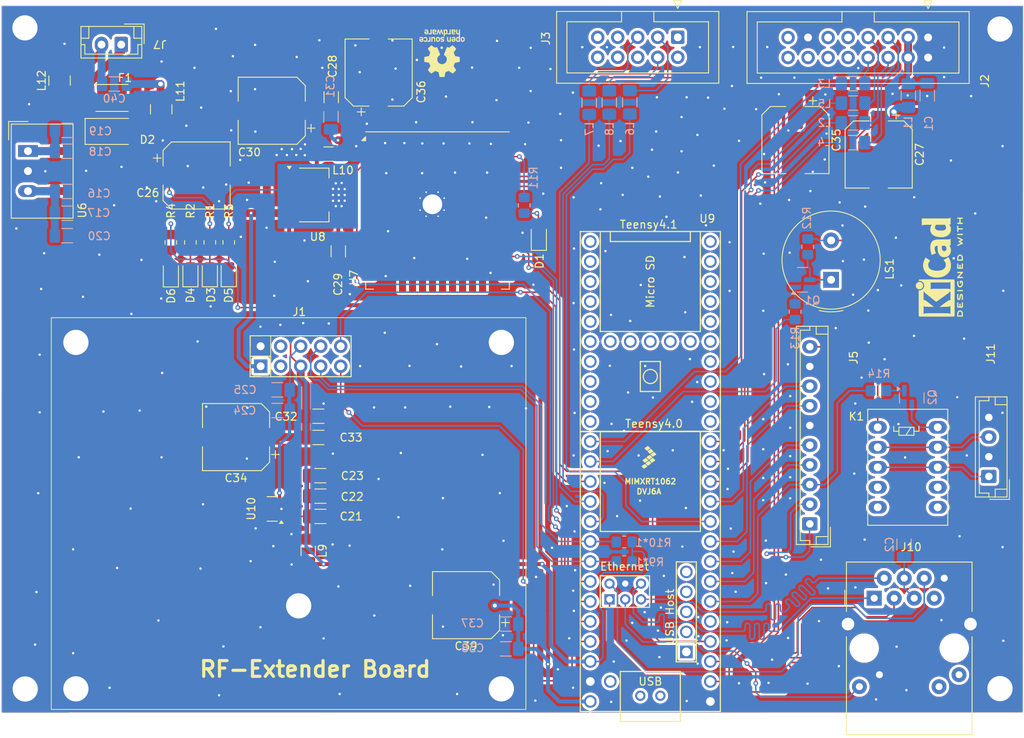
<source format=kicad_pcb>
(kicad_pcb (version 20241229) (generator "pcbnew") (generator_version "9.0")
  (title_block (rev "3.5"))
  (layers (0 "F.Cu" signal) (2 "B.Cu" signal) (13 "F.Paste" user) (15 "B.Paste" user) (5 "F.SilkS" user "F.Silkscreen") (7 "B.SilkS" user "B.Silkscreen") (1 "F.Mask" user) (3 "B.Mask" user) (25 "Edge.Cuts" user))
  (net 0 "")
  (net 1 "CS0")
  (net 2 "+3.3V")
  (net 3 "INP_SEL")
  (net 4 "UI05")
  (net 5 "+5V")
  (net 6 "UI06")
  (net 7 "SWR-Alarm")
  (net 8 "UI03")
  (net 9 "UI04")
  (net 10 "2,6V REF")
  (net 11 "+12V")
  (net 15 "GNDD")
  (net 16 "TXD1")
  (net 17 "RXD1")
  (net 30 "Net-(U8-VO)")
  (net 31 "Net-(U7-VDD)")
  (net 34 "Net-(D1-A)")
  (net 48 "Net-(U10-Vin)")
  (net 51 "Net-(J7-Pin_1)")
  (net 61 "Net-(J10-RD-)")
  (net 69 "Net-(J10-RD+)")
  (net 76 "Net-(J10-TD-)")
  (net 77 "Net-(J10-TD+)")
  (net 81 "Piezo Alarm")
  (net 86 "Net-(U9-LED)")
  (net 90 "SCL0")
  (net 91 "SDA0")
  (net 92 "RA8875-5")
  (net 93 "RA8875-33")
  (net 94 "RA8875-7")
  (net 95 "RA8875-6")
  (net 96 "RA8875-34")
  (net 97 "RA8875-8")
  (net 98 "RA8875-35")
  (net 99 "Net-(J11-Pin_1)")
  (net 101 "Net-(Q2-C)")
  (net 103 "Net-(J11-Pin_3)")
  (net 104 "Net-(Q1-C)")
  (net 105 "Net-(Q1-B)")
  (net 106 "Net-(Q2-B)")
  (net 107 "Net-(U7-IO23)")
  (net 108 "IO0")
  (net 109 "ESP_EN")
  (net 110 "ESP_RXD5")
  (net 111 "ESP_TXD5")
  (net 112 "ESP_TXD1")
  (net 113 "ESP_RXD1")
  (net 114 "INP_SEL2")
  (net 115 "CS1")
  (net 116 "Net-(J2-Pin_3)")
  (net 121 "Net-(J2-Pin_6)")
  (net 123 "Net-(J2-Pin_5)")
  (net 125 "Net-(J2-Pin_7)")
  (net 126 "Net-(J2-Pin_8)")
  (net 128 "Net-(J3-Pin_5)")
  (net 129 "Net-(J3-Pin_3)")
  (net 130 "Net-(J3-Pin_4)")
  (net 131 "Net-(D2-A)")
  (net 132 "Net-(D3-A)")
  (net 133 "Net-(D4-A)")
  (net 134 "Net-(D5-A)")
  (net 135 "Net-(D6-A)")
  (net 136 "Net-(J10-RCT)")
  (net 137 "Net-(J7-Pin_2)")
  (net 138 "Net-(C40-Pad2)")
  (footprint "Capacitor_SMD:CP_Elec_8x11.9" (layer "F.Cu") (at 130.85 57 90)
    (property "Reference" "C36")
    (property "Value" "100uF")
  )
  (footprint "Diode_SMD:D_SMA" (layer "F.Cu") (at 97.1 64.475)
    (property "Reference" "D2")
    (property "Value" "US2BA")
  )
  (footprint "Capacitor_SMD:CP_Elec_8x11.9" (layer "F.Cu") (at 183.75 65.575 -90)
    (property "Reference" "C35")
    (property "Value" "100uF")
  )
  (footprint "Symbol:KiCad-Logo2_5mm_SilkScreen" (layer "F.Cu") (at 202.01 81.72 90)
    (property "Reference" "REF**" (hide yes))
    (property "Value" "KiCad-Logo2_5mm_SilkScreen" (hide yes))
  )
  (footprint "Resistor_SMD:R_0805_2012Metric_Pad1.20x1.40mm_HandSolder" (layer "F.Cu") (at 104.475 78.575 90)
    (property "Reference" "R4")
    (property "Value" "1k")
  )
  (footprint "Capacitor_SMD:C_1206_3216Metric_Pad1.33x1.80mm_HandSolder" (layer "F.Cu") (at 123.2 100.65 180)
    (property "Reference" "C32")
    (property "Value" "10n")
  )
  (footprint "Inductor_SMD:L_1206_3216Metric_Pad1.42x1.75mm_HandSolder" (layer "F.Cu") (at 124.49 67.36 180)
    (property "Reference" "L10")
    (property "Value" "4u7")
  )
  (footprint "RF_Module:ESP32-WROOM-32" (layer "F.Cu") (at 138.32 74.63)
    (property "Reference" "U7")
    (property "Value" "ESP32-WROOM-32U")
  )
  (footprint "Capacitor_SMD:CP_Elec_8x11.9" (layer "F.Cu") (at 107.75 70.075)
    (property "Reference" "C26")
    (property "Value" "100uF")
  )
  (footprint "Connector_IDC:IDC-Header_2x08_P2.54mm_Vertical" (layer "F.Cu") (at 200.595 52.55 -90)
    (property "Reference" "J2")
    (property "Value" "Conn_02x08_Odd_Even" (hide yes))
  )
  (footprint "Capacitor_SMD:C_1206_3216Metric_Pad1.33x1.80mm_HandSolder" (layer "F.Cu") (at 123.4625 110.8 180)
    (property "Reference" "C22")
    (property "Value" "10n")
  )
  (footprint "Capacitor_SMD:CP_Elec_8x11.9" (layer "F.Cu") (at 112.75 103.3 180)
    (property "Reference" "C34")
    (property "Value" "100uF")
  )
  (footprint "LED_SMD:LED_0805_2012Metric" (layer "F.Cu") (at 109.425 82.525 90)
    (property "Reference" "D3")
    (property "Value" "+12V")
  )
  (footprint "Converter_DCDC:Converter_DCDC_TRACO_TSR-1_THT" (layer "F.Cu") (at 86.34 66.97 -90)
    (property "Reference" "U6")
    (property "Value" "TSR_1-24150")
  )
  (footprint "Connector_RJ:RJ45_Amphenol_RJMG1BD3B8K1ANR" (layer "F.Cu") (at 193.75 123.76)
    (property "Reference" "J10")
    (property "Value" "RJ45_Amphenol_RJMG1BD3B8K1ANR")
  )
  (footprint "Connector_JST:JST_EH_B2B-EH-A_1x02_P2.50mm_Vertical" (layer "F.Cu") (at 98.175 53.45 180)
    (property "Reference" "J7")
    (property "Value" "POWER CON")
  )
  (footprint "Capacitor_SMD:C_1206_3216Metric_Pad1.33x1.80mm_HandSolder" (layer "F.Cu") (at 123.45 108.2 180)
    (property "Reference" "C23")
    (property "Value" "1n")
  )
  (footprint "Buzzer_Beeper:Buzzer_TDK_PS1240P02BT_D12.2mm_H6.5mm" (layer "F.Cu") (at 188.28 83.320784 90)
    (property "Reference" "LS1")
    (property "Value" "Speaker_Crystal" (hide yes))
  )
  (footprint "Connector_IDC:IDC-Header_2x05_P2.54mm_Vertical" (layer "F.Cu") (at 168.815 52.525 -90)
    (property "Reference" "J3")
    (property "Value" "Conn_02x05_Odd_Even" (hide yes))
  )
  (footprint "Capacitor_SMD:C_1206_3216Metric_Pad1.33x1.80mm_HandSolder" (layer "F.Cu") (at 123.4625 113.375 180)
    (property "Reference" "C21")
    (property "Value" "10µF")
  )
  (footprint "Capacitor_SMD:C_1206_3216Metric_Pad1.33x1.80mm_HandSolder" (layer "F.Cu") (at 125.73 79.71 90)
    (property "Reference" "C29")
    (property "Value" "1n")
  )
  (footprint "Capacitor_SMD:CP_Elec_8x11.9" (layer "F.Cu") (at 194.32 67.41 -90)
    (property "Reference" "C27")
    (property "Value" "100uF")
  )
  (footprint "Resistor_SMD:R_0805_2012Metric_Pad1.20x1.40mm_HandSolder" (layer "F.Cu") (at 106.958332 78.575 90)
    (property "Reference" "R2")
    (property "Value" "1k")
  )
  (footprint "Symbol:OSHW-Logo_5.7x6mm_SilkScreen" (layer "F.Cu") (at 138.9 54.55 180)
    (property "Reference" "REF**" (hide yes))
    (property "Value" "OSHW-Logo_5.7x6mm_SilkScreen" (hide yes))
  )
  (footprint "LED_SMD:LED_0805_2012Metric" (layer "F.Cu") (at 104.475 82.55 90)
    (property "Reference" "D6")
    (property "Value" "+3V3")
  )
  (footprint "Relay_THT:Relay_DPDT_FRT5" (layer "F.Cu") (at 194.195 102.055)
    (property "Reference" "K1")
    (property "Value" "FRT5")
  )
  (footprint "Connector_JST:JST_EH_B10B-EH-A_1x10_P2.50mm_Vertical" (layer "F.Cu") (at 185.58 114.33 90)
    (property "Reference" "J5")
    (property "Value" "USER IO")
  )
  (footprint "Capacitor_SMD:CP_Elec_8x11.9" (layer "F.Cu") (at 117.28 61.85 180)
    (property "Reference" "C30")
    (property "Value" "100uF")
  )
  (footprint "LED_SMD:LED_0805_2012Metric" (layer "F.Cu") (at 151.18 77.9 90)
    (property "Reference" "D1")
    (property "Value" "Wifi_EN")
  )
  (footprint "LED_SMD:LED_0805_2012Metric" (layer "F.Cu") (at 111.825 82.5125 90)
    (property "Reference" "D5")
    (property "Value" "3V3_ESP")
  )
  (footprint "Fuse:Fuse_2512_6332Metric_Pad1.52x3.35mm_HandSolder" (layer "F.Cu") (at 97 60.225)
    (property "Reference" "F1")
    (property "Value" "Polyfuse")
  )
  (footprint "Resistor_SMD:R_0805_2012Metric_Pad1.20x1.40mm_HandSolder" (layer "F.Cu") (at 109.425 78.575 90)
    (property "Reference" "R1")
    (property "Value" "2k2")
  )
  (footprint "Inductor_SMD:L_1210_3225Metric_Pad1.42x2.65mm_HandSolder" (layer "F.Cu") (at 90.35 58.025 90)
    (property "Reference" "L12")
    (property "Value" "L_Ferrite")
  )
  (footprint "Connector_JST:JST_EH_B4B-EH-A_1x04_P2.50mm_Vertical" (layer "F.Cu") (at 208.3 108.3 90)
    (property "Reference" "J11")
    (property "Value" "PTT IN/OUT")
  )
  (footprint "Capacitor_SMD:CP_Elec_8x11.9" (layer "F.Cu") (at 141.9425 124.65 180)
    (property "Reference" "C39")
    (property "Value" "100uF")
  )
  (footprint "Capacitor_SMD:C_1206_3216Metric_Pad1.33x1.80mm_HandSolder" (layer "F.Cu") (at 123.2 103.35 180)
    (property "Reference" "C33")
    (property "Value" "1n")
  )
  (footprint "Capacitor_SMD:C_1206_3216Metric_Pad1.33x1.80mm_HandSolder" (layer "F.Cu") (at 124.83 60.13 -90)
    (property "Reference" "C28")
    (property "Value" "10n")
  )
  (footprint "Package_TO_SOT_SMD:SOT-223-3_TabPin2" (layer "F.Cu") (at 122.64 72.55)
    (property "Reference" "U8")
    (property "Value" "AMS1117-3.3")
  )
  (footprint "LED_SMD:LED_0805_2012Metric" (layer "F.Cu") (at 106.958332 82.525 90)
    (property "Reference" "D4")
    (property "Value" "+5V")
  )
  (footprint "Inductor_SMD:L_1210_3225Metric_Pad1.42x2.65mm_HandSolder" (layer "F.Cu") (at 103.25 61.675 90)
    (property "Reference" "L11")
    (property "Value" "L_Ferrite")
  )
  (footprint "Resistor_SMD:R_0805_2012Metric_Pad1.20x1.40mm_HandSolder" (layer "F.Cu") (at 111.825 78.575 90)
    (property "Reference" "R3")
    (property "Value" "1k")
  )
  (footprint "Package_TO_SOT_SMD:SOT-23" (layer "F.Cu") (at 117.3375 112.425 180)
    (property "Reference" "U10")
    (property "Value" "ISL60002DIH326Z")
  )
  (footprint "teensy.pretty-master:Teensy41" (layer "F.Cu") (at 165.335 107.67 90)
    (property "Reference" "U9")
    (property "Value" "Teensy4.1")
  )
  (footprint "Inductor_SMD:L_1206_3216Metric_Pad1.42x1.75mm_HandSolder" (layer "F.Cu") (at 121.9125 117.75 -90)
    (property "Reference" "L9")
    (property "Value" "4u7")
  )
  (footprint "Connector_PinHeader_2.54mm:PinHeader_2x05_P2.54mm_Vertical" (layer "F.Cu") (at 115.875 94.3 90)
    (property "Reference" "J1")
    (property "Value" "Extender Board")
  )
  (footprint "Capacitor_SMD:C_1206_3216Metric_Pad1.33x1.80mm_HandSolder" (layer "B.Cu") (at 147 130.2)
    (property "Reference" "C38")
    (property "Value" "1n")
  )
  (footprint "Inductor_SMD:L_1206_3216Metric_Pad1.42x1.75mm_HandSolder" (layer "B.Cu") (at 160.125 60.8 -90)
    (property "Reference" "L8")
    (property "Value" "220n")
  )
  (footprint "Resistor_SMD:R_0805_2012Metric_Pad1.20x1.40mm_HandSolder" (layer "B.Cu") (at 162.02 116.62 180)
    (property "Reference" "R10*1")
    (property "Value" "2k2")
  )
  (footprint "Inductor_SMD:L_1206_3216Metric_Pad1.42x1.75mm_HandSolder" (layer "B.Cu") (at 191.0625 63.4 180)
    (property "Reference" "L2")
    (property "Value" "220n")
  )
  (footprint "Resistor_SMD:R_0805_2012Metric_Pad1.20x1.40mm_HandSolder" (layer "B.Cu") (at 185.31 79.13 90)
    (property "Reference" "R12")
    (property "Value" "1k")
  )
  (footprint "Capacitor_SMD:C_1206_3216Metric_Pad1.33x1.80mm_HandSolder" (layer "B.Cu") (at 197.54 116.95 -90)
    (property "Reference" "C2")
    (property "Value" "1n")
  )
  (footprint "Inductor_SMD:L_1206_3216Metric_Pad1.42x1.75mm_HandSolder" (layer "B.Cu") (at 162.725 60.775 -90)
    (property "Reference" "L6")
    (property "Value" "220n")
  )
  (footprint "Package_TO_SOT_SMD:SOT-23" (layer "B.Cu") (at 184.6475 83.32)
    (property "Reference" "Q1")
    (property "Value" "MMBT3904")
  )
  (footprint "Capacitor_SMD:C_1206_3216Metric_Pad1.33x1.80mm_HandSolder" (layer "B.Cu") (at 91.34 64.345 180)
    (property "Reference" "C19")
    (property "Value" "1n")
  )
  (footprint "Capacitor_SMD:C_1206_3216Metric_Pad1.33x1.80mm_HandSolder" (layer "B.Cu") (at 124.8 62.65 -90)
    (property "Reference" "C31")
    (property "Value" "10n")
  )
  (footprint "Capacitor_SMD:C_1206_3216Metric_Pad1.33x1.80mm_HandSolder" (layer "B.Cu") (at 118 97.3)
    (property "Reference" "C25")
    (property "Value" "1n")
  )
  (footprint "Resistor_SMD:R_0805_2012Metric_Pad1.20x1.40mm_HandSolder" (layer "B.Cu") (at 149.32 73.87 90)
    (property "Reference" "R11")
    (property "Value" "1k")
  )
  (footprint "Capacitor_SMD:C_1206_3216Metric_Pad1.33x1.80mm_HandSolder" (layer "B.Cu") (at 118 99.925)
    (property "Reference" "C24")
    (property "Value" "10n")
  )
  (footprint "Inductor_SMD:L_1206_3216Metric_Pad1.42x1.75mm_HandSolder" (layer "B.Cu") (at 198.085 59.925 -90)
    (property "Reference" "L1")
    (property "Value" "4u7")
  )
  (footprint "Capacitor_SMD:C_1206_3216Metric_Pad1.33x1.80mm_HandSolder" (layer "B.Cu") (at 91.315 77.72 180)
    (property "Reference" "C20")
    (property "Value" "10µF")
  )
  (footprint "Capacitor_SMD:C_1206_3216Metric_Pad1.33x1.80mm_HandSolder" (layer "B.Cu") (at 97.3 58.45)
    (property "Reference" "C40")
    (property "Value" "10n")
  )
  (footprint "Inductor_SMD:L_1206_3216Metric_Pad1.42x1.75mm_HandSolder" (layer "B.Cu") (at 191.075 60.875 180)
    (property "Reference" "L5")
    (property "Value" "220n")
  )
  (footprint "Inductor_SMD:L_1206_3216Metric_Pad1.42x1.75mm_HandSolder" (layer "B.Cu") (at 157.575 60.825 -90)
    (property "Reference" "L7")
    (property "Value" "220n")
  )
  (footprint "Inductor_SMD:L_1206_3216Metric_Pad1.42x1.75mm_HandSolder" (layer "B.Cu") (at 191.0625 65.9 180)
    (property "Reference" "L4")
    (property "Value" "220n")
  )
  (footprint "Capacitor_SMD:C_1206_3216Metric_Pad1.33x1.80mm_HandSolder" (layer "B.Cu") (at 91.3275 72.095 180)
    (property "Reference" "C16")
    (property "Value" "1n")
  )
  (footprint "Package_TO_SOT_SMD:SOT-23" (layer "B.Cu") (at 198.52 98.3375 -90)
    (property "Reference" "Q2")
    (property "Value" "MMBT3904")
  )
  (footprint "Resistor_SMD:R_0805_2012Metric_Pad1.20x1.40mm_HandSolder" (layer "B.Cu") (at 194.3 97.41)
    (property "Reference" "R14")
    (property "Value" "4k7")
  )
  (footprint "Resistor_SMD:R_0805_2012Metric_Pad1.20x1.40mm_HandSolder" (layer "B.Cu") (at 183.71 87.38 90)
    (property "Reference" "R13")
    (property "Value" "10k")
  )
  (footprint "Capacitor_SMD:C_1206_3216Metric_Pad1.33x1.80mm_HandSolder" (layer "B.Cu") (at 200.485 59.925 90)
    (property "Reference" "C1")
    (property "Value" "100n")
  )
  (footprint "Capacitor_SMD:C_1206_3216Metric_Pad1.33x1.80mm_HandSolder" (layer "B.Cu") (at 91.315 74.87 180)
    (property "Reference" "C17")
    (property "Value" "10n")
  )
  (footprint "Inductor_SMD:L_1206_3216Metric_Pad1.42x1.75mm_HandSolder" (layer "B.Cu") (at 191.075 58.4 180)
    (property "Reference" "L3")
    (property "Value" "220n")
  )
  (footprint "Resistor_SMD:R_0805_2012Metric_Pad1.20x1.40mm_HandSolder" (layer "B.Cu") (at 162.02 119.12 180)
    (property "Reference" "R9*1")
    (property "Value" "2k2")
  )
  (footprint "Capacitor_SMD:C_1206_3216Metric_Pad1.33x1.80mm_HandSolder" (layer "B.Cu") (at 91.315 66.995 180)
    (property "Reference" "C18")
    (property "Value" "10n")
  )
  (footprint "Capacitor_SMD:C_1206_3216Metric_Pad1.33x1.80mm_HandSolder" (layer "B.Cu") (at 147 127.05)
    (property "Reference" "C37")
    (property "Value" "10n")
  )
  (gr_rect (start 118.12 68.7) (end 128.12 76.72) (stroke (width 0.2)) (fill yes) (layer "B.Cu") (net 30))
  (gr_rect (start 89.3 88.13) (end 149.54 137.89) (stroke (width 0.1)) (fill no) (layer "F.SilkS"))
  (gr_line (start 174.19 102.58) (end 156.5 102.59) (stroke (width 0.2)) (layer "F.SilkS"))
  (gr_line (start 117.15 90.45) (end 117.175 90.45) (stroke (width 0.1)) (layer "F.SilkS"))
  (gr_line (start 114.55 93.05) (end 117.15 93.05) (stroke (width 0.1)) (layer "F.SilkS"))
  (gr_line (start 114.55 90.45) (end 115.875 90.45) (stroke (width 0.1)) (layer "F.SilkS"))
  (gr_line (start 114.55 95.65) (end 114.55 93.05) (stroke (width 0.1)) (layer "F.SilkS"))
  (gr_line (start 117.15 93.05) (end 117.15 90.45) (stroke (width 0.1)) (layer "F.SilkS"))
  (gr_line (start 127.35 90.45) (end 127.35 95.65) (stroke (width 0.1)) (layer "F.SilkS"))
  (gr_line (start 127.35 95.65) (end 114.55 95.65) (stroke (width 0.1)) (layer "F.SilkS"))
  (gr_line (start 114.55 91.775) (end 114.55 90.45) (stroke (width 0.1)) (layer "F.SilkS"))
  (gr_line (start 117.175 90.45) (end 127.35 90.45) (stroke (width 0.1)) (layer "F.SilkS"))
  (gr_rect (start 82.99 48.52) (end 212.64 138.295) (stroke (width 0.05)) (fill no) (layer "Edge.Cuts"))
  (gr_text "DJ1YR" (at 212.365 79.445 90) (layer "F.Cu") (effects (font (size 1.5 1.5) (thickness 0.3) (bold yes)) (justify left bottom)))
  (gr_text "REV 3.5" (at 83.165 88.645 270) (layer "F.Cu") (effects (font (size 1.3 1.3) (thickness 0.3) (bold yes)) (justify left bottom)))
  (gr_text "Teensy4.0" (at 165.8 101.6 0) (layer "F.SilkS") (effects (font (size 1 1))))
  (gr_text "RF-Extender Board" (at 107.91 133.95 0) (layer "F.SilkS") (effects (font (size 2 2) (thickness 0.4) (bold yes)) (justify left bottom)))
  (segment (start 121.6375 96.6875) (end 120.955 96.005) (width 1) (layer "F.Cu") (net 2))
  (segment (start 104.475 77.575) (end 104.475 76.2) (width 0.2) (layer "F.Cu") (net 2))
  (segment (start 121.6375 103.35) (end 121.6375 100.65) (width 1) (layer "F.Cu") (net 2))
  (segment (start 116.225 103.3) (end 121.5875 103.3) (width 1) (layer "F.Cu") (net 2))
  (segment (start 120.955 94.3) (end 119.675 93.02) (width 0.2) (layer "F.Cu") (net 2))
  (segment (start 151.5975 119.4325) (end 123.85 119.4325) (width 0.5) (layer "F.Cu") (net 2))
  (segment (start 121.6375 100.65) (end 121.6375 96.6875) (width 1) (layer "F.Cu") (net 2))
  (segment (start 118.475 86.85) (end 112.975 86.85) (width 0.2) (layer "F.Cu") (net 2))
  (segment (start 123.85 119.4325) (end 122.1075 119.4325) (width 0.5) (layer "F.Cu") (net 2))
  (segment (start 119.675 88.05) (end 118.475 86.85) (width 0.2) (layer "F.Cu") (net 2))
  (segment (start 122.1075 119.4325) (end 121.9125 119.2375) (width 0.5) (layer "F.Cu") (net 2))
  (segment (start 120.955 96.005) (end 120.955 94.3) (width 1) (layer "F.Cu") (net 2))
  (segment (start 121.5875 103.3) (end 121.6375 103.35) (width 1) (layer "F.Cu") (net 2))
  (segment (start 119.675 93.02) (end 119.675 88.05) (width 0.2) (layer "F.Cu") (net 2))
  (via (at 151.5975 119.4325) (size 0.6) (drill 0.3) (layers "F.Cu" "B.Cu") (net 2))
  (via (at 104.475 76.2) (size 0.6) (drill 0.3) (layers "F.Cu" "B.Cu") (net 2))
  (via (at 112.975 86.85) (size 0.6) (drill 0.3) (layers "F.Cu" "B.Cu") (net 2))
  (via (at 123.85 119.4325) (size 0.6) (drill 0.3) (layers "F.Cu" "B.Cu") (net 2))
  (segment (start 152.695 120.53) (end 152.695 127.675) (width 0.5) (layer "B.Cu") (net 2))
  (segment (start 159.315 125.42) (end 158.99 125.095) (width 0.2) (layer "B.Cu") (net 2))
  (segment (start 112.975 82.15) (end 111.55 80.725) (width 0.2) (layer "B.Cu") (net 2))
  (segment (start 120.955 94.3) (end 120.955 95.63) (width 0.4) (layer "B.Cu") (net 2))
  (segment (start 159.465 120.495) (end 164.19 120.495) (width 0.2) (layer "B.Cu") (net 2))
  (segment (start 152.695 129.775) (end 152.695 127.675) (width 0.5) (layer "B.Cu") (net 2))
  (segment (start 105.475 80.725) (end 104.475 79.725) (width 0.2) (layer "B.Cu") (net 2))
  (segment (start 154.72 131.8) (end 152.695 129.775) (width 0.5) (layer "B.Cu") (net 2))
  (segment (start 164.24 117.82) (end 163.065 117.82) (width 0.2) (layer "B.Cu") (net 2))
  (segment (start 120.955 95.63) (end 121.625 96.3) (width 0.4) (layer "B.Cu") (net 2))
  (segment (start 158.81 131.8) (end 159.315 131.295) (width 0.2) (layer "B.Cu") (net 2))
  (segment (start 157.715 131.8) (end 158.81 131.8) (width 0.2) (layer "B.Cu") (net 2))
  (segment (start 158.99 125.095) (end 158.99 120.97) (width 0.2) (layer "B.Cu") (net 2))
  (segment (start 163.04 119.07) (end 163.015 119.095) (width 0.2) (layer "B.Cu") (net 2))
  (segment (start 164.565 120.12) (end 164.565 118.145) (width 0.2) (layer "B.Cu") (net 2))
  (segment (start 121.625 117.175) (end 123.9 119.45) (width 0.4) (layer "B.Cu") (net 2))
  (segment (start 164.19 120.495) (end 164.565 120.12) (width 0.2) (layer "B.Cu") (net 2))
  (segment (start 104.475 79.725) (end 104.475 76.2) (width 0.2) (layer "B.Cu") (net 2))
  (segment (start 159.315 131.295) (end 159.315 125.42) (width 0.2) (layer "B.Cu") (net 2))
  (segment (start 121.625 96.3) (end 121.625 117.175) (width 0.4) (layer "B.Cu") (net 2))
  (segment (start 158.99 120.97) (end 159.465 120.495) (width 0.2) (layer "B.Cu") (net 2))
  (segment (start 163.04 116.57) (end 163.04 117.77) (width 0.2) (layer "B.Cu") (net 2))
  (segment (start 164.565 118.145) (end 164.24 117.82) (width 0.2) (layer "B.Cu") (net 2))
  (segment (start 151.5975 119.4325) (end 152.695 120.53) (width 0.5) (layer "B.Cu") (net 2))
  (segment (start 157.715 131.8) (end 154.72 131.8) (width 0.5) (layer "B.Cu") (net 2))
  (segment (start 163.04 117.77) (end 163.04 119.07) (width 0.2) (layer "B.Cu") (net 2))
  (segment (start 112.975 86.85) (end 112.975 82.15) (width 0.2) (layer "B.Cu") (net 2))
  (segment (start 111.55 80.725) (end 105.475 80.725) (width 0.2) (layer "B.Cu") (net 2))
  (segment (start 154.605 108.93) (end 153.35 107.675) (width 0.2) (layer "F.Cu") (net 3))
  (segment (start 151.5 84.9) (end 148.85 84.9) (width 0.2) (layer "F.Cu") (net 3))
  (segment (start 153.35 107.675) (end 153.35 86.75) (width 0.2) (layer "F.Cu") (net 3))
  (segment (start 157.695 108.93) (end 154.605 108.93) (width 0.2) (layer "F.Cu") (net 3))
  (segment (start 153.35 86.75) (end 151.5 84.9) (width 0.2) (layer "F.Cu") (net 3))
  (via (at 148.85 84.9) (size 0.6) (drill 0.3) (layers "F.Cu" "B.Cu") (net 3))
  (segment (start 126.025 91.75) (end 126.035 91.76) (width 0.2) (layer "B.Cu") (net 3))
  (segment (start 148.85 84.9) (end 129.3 84.9) (width 0.2) (layer "B.Cu") (net 3))
  (segment (start 129.3 84.9) (end 126.025 88.175) (width 0.2) (layer "B.Cu") (net 3))
  (segment (start 126.025 88.175) (end 126.025 91.75) (width 0.2) (layer "B.Cu") (net 3))
  (segment (start 182.665 99.345) (end 185.54 99.345) (width 0.2) (layer "B.Cu") (net 4))
  (segment (start 176.36 116.55) (end 177.59 115.32) (width 0.2) (layer "B.Cu") (net 4))
  (segment (start 177.59 115.32) (end 177.59 104.42) (width 0.2) (layer "B.Cu") (net 4))
  (segment (start 172.935 116.55) (end 176.36 116.55) (width 0.2) (layer "B.Cu") (net 4))
  (segment (start 177.59 104.42) (end 182.665 99.345) (width 0.2) (layer "B.Cu") (net 4))
  (segment (start 185.58 91.83) (end 188.7 91.83) (width 0.2) (layer "F.Cu") (net 5))
  (segment (start 196.225 61.975) (end 196.225 63.175) (width 1) (layer "F.Cu") (net 5))
  (segment (start 194.135 93.33) (end 194.195 93.39) (width 0.2) (layer "F.Cu") (net 5))
  (segment (start 151.38 118.154339) (end 151.38 87.71) (width 0.5) (layer "F.Cu") (net 5))
  (segment (start 196.225 61.975) (end 196.24 61.99) (width 1) (layer "F.Cu") (net 5))
  (segment (start 116.66 74.85) (end 106.975 74.85) (width 1) (layer "F.Cu") (net 5))
  (segment (start 150.22 86.55) (end 122.379339 86.55) (width 0.5) (layer "F.Cu") (net 5))
  (segment (start 152.35 125.33) (end 152.3475 125.3275) (width 0.5) (layer "F.Cu") (net 5))
  (segment (start 188.28 78.320784) (end 191.270784 78.320784) (width 0.2) (layer "F.Cu") (net 5))
  (segment (start 205.03 58.41) (end 205.03 52.13) (width 1) (layer "F.Cu") (net 5))
  (segment (start 191.28 78.33) (end 191.28 65.55) (width 0.2) (layer "F.Cu") (net 5))
  (segment (start 119.49 74.85) (end 116.66 74.85) (width 1) (layer "F.Cu") (net 5))
  (segment (start 190.2 93.33) (end 194.135 93.33) (width 0.2) (layer "F.Cu") (net 5))
  (segment (start 152.3475 119.121839) (end 151.38 118.154339) (width 0.5) (layer "F.Cu") (net 5))
  (segment (start 194.195 93.39) (end 194.195 86.715) (width 0.2) (layer "F.Cu") (net 5))
  (segment (start 118.94 50.2) (end 117.25 51.89) (width 1) (layer "F.Cu") (net 5))
  (segment (start 191.28 83.8) (end 191.28 78.33) (width 0.2) (layer "F.Cu") (net 5))
  (segment (start 101.585 74.85) (end 98.785 72.05) (width 1) (layer "F.Cu") (net 5))
  (segment (start 192.895 63.935) (end 194.32 63.935) (width 0.2) (layer "F.Cu") (net 5))
  (segment (start 122.379339 86.55) (end 119.49 83.660661) (width 0.5) (layer "F.Cu") (net 5))
  (segment (start 151.38 87.71) (end 150.22 86.55) (width 0.5) (layer "F.Cu") (net 5))
  (segment (start 188.7 91.83) (end 190.2 93.33) (width 0.2) (layer "F.Cu") (net 5))
  (segment (start 203.1 50.2) (end 118.94 50.2) (width 1) (layer "F.Cu") (net 5))
  (segment (start 194.195 86.715) (end 191.28 83.8) (width 0.2) (layer "F.Cu") (net 5))
  (segment (start 201.45 61.99) (end 205.03 58.41) (width 1) (layer "F.Cu") (net 5))
  (segment (start 196.24 61.99) (end 201.45 61.99) (width 1) (layer "F.Cu") (net 5))
  (segment (start 195.465 63.935) (end 194.32 63.935) (width 1) (layer "F.Cu") (net 5))
  (segment (start 196.225 63.175) (end 195.465 63.935) (width 1) (layer "F.Cu") (net 5))
  (segment (start 117.25 64.53) (end 116.66 65.12) (width 1) (layer "F.Cu") (net 5))
  (segment (start 191.270784 78.320784) (end 191.28 78.33) (width 0.2) (layer "F.Cu") (net 5))
  (segment (start 194.195 102.055) (end 194.195 93.39) (width 0.2) (layer "F.Cu") (net 5))
  (segment (start 152.3475 125.3275) (end 152.3475 119.121839) (width 0.5) (layer "F.Cu") (net 5))
  (segment (start 119.49 83.660661) (end 119.49 74.85) (width 0.5) (layer "F.Cu") (net 5))
  (segment (start 106.958332 77.575) (end 106.958332 74.866668) (width 0.2) (layer "F.Cu") (net 5))
  (segment (start 205.03 52.13) (end 203.1 50.2) (width 1) (layer "F.Cu") (net 5))
  (segment (start 86.34 72.05) (end 98.785 72.05) (width 1) (layer "F.Cu") (net 5))
  (segment (start 106.958332 74.866668) (end 106.975 74.85) (width 0.2) (layer "F.Cu") (net 5))
  (segment (start 106.975 74.85) (end 101.585 74.85) (width 1) (layer "F.Cu") (net 5))
  (segment (start 191.28 65.55) (end 192.895 63.935) (width 0.2) (layer "F.Cu") (net 5))
  (segment (start 117.25 51.89) (end 117.25 64.53) (width 1) (layer "F.Cu") (net 5))
  (segment (start 116.66 65.12) (end 116.66 74.85) (width 1) (layer "F.Cu") (net 5))
  (segment (start 152.35 132.15) (end 152.35 125.33) (width 0.5) (layer "F.Cu") (net 5))
  (via (at 152.35 132.15) (size 0.6) (drill 0.3) (layers "F.Cu" "B.Cu") (net 5))
  (via (at 145.6 124.7) (size 1) (drill 0.5) (layers "F.Cu" "B.Cu") (net 5))
  (via (at 196.225 61.975) (size 1) (drill 0.6) (layers "F.Cu" "B.Cu") (net 5))
  (via (at 114.66 74.85) (size 0.6) (drill 0.3) (layers "F.Cu" "B.Cu") (net 5))
  (segment (start 196.7875 61.4125) (end 198.085 61.4125) (width 1) (layer "B.Cu") (net 5))
  (segment (start 152.35 132.15) (end 152.35 135.455) (width 0.5) (layer "B.Cu") (net 5))
  (segment (start 186.49 78.13) (end 185.31 78.13) (width 0.2) (layer "B.Cu") (net 5))
  (segment (start 186.680784 78.320784) (end 186.49 78.13) (width 0.2) (layer "B.Cu") (net 5))
  (segment (start 147.9 124.7) (end 145.6 124.7) (width 0.5) (layer "B.Cu") (net 5))
  (segment (start 152.35 132.15) (end 152.35 131.7) (width 0.5) (layer "B.Cu") (net 5))
  (segment (start 152.35 131.7) (end 150.85 130.2) (width 0.5) (layer "B.Cu") (net 5))
  (segment (start 114.18 94.3) (end 115.875 94.3) (width 0.5) (layer "B.Cu") (net 5))
  (segment (start 188.28 78.320784) (end 186.680784 78.320784) (width 0.2) (layer "B.Cu") (net 5))
  (segment (start 148.5625 130.2) (end 148.5625 127.05) (width 0.5) (layer "B.Cu") (net 5))
  (segment (start 89.765 72.095) (end 86.385 72.095) (width 1) (layer "B.Cu") (net 5))
  (segment (start 148.5625 125.3625) (end 148 124.8) (width 0.5) (layer "B.Cu") (net 5))
  (segment (start 150.85 130.2) (end 148.5625 130.2) (width 0.5) (layer "B.Cu") (net 5))
  (segment (start 152.35 135.455) (end 153.775 136.88) (width 0.5) (layer "B.Cu") (net 5))
  (segment (start 148.5625 127.05) (end 148.5625 125.3625) (width 0.5) (layer "B.Cu") (net 5))
  (segment (start 113.08 93.2) (end 114.18 94.3) (width 0.5) (layer "B.Cu") (net 5))
  (segment (start 89.7525 72.1075) (end 89.765 72.095) (width 1) (layer "B.Cu") (net 5))
  (segment (start 113.08 89.68) (end 113.08 93.2) (width 0.5) (layer "B.Cu") (net 5))
  (segment (start 86.385 72.095) (end 86.34 72.05) (width 1) (layer "B.Cu") (net 5))
  (segment (start 114.66 88.1) (end 113.08 89.68) (width 0.5) (layer "B.Cu") (net 5))
  (segment (start 114.66 74.85) (end 114.66 88.1) (width 0.5) (layer "B.Cu") (net 5))
  (segment (start 196.225 61.975) (end 196.7875 61.4125) (width 1) (layer "B.Cu") (net 5))
  (segment (start 153.775 136.88) (end 157.715 136.88) (width 0.5) (layer "B.Cu") (net 5))
  (segment (start 148 124.8) (end 147.9 124.7) (width 0.5) (layer "B.Cu") (net 5))
  (segment (start 89.7525 74.87) (end 89.7525 77.72) (width 1) (layer "B.Cu") (net 5))
  (segment (start 89.7525 74.87) (end 89.7525 72.1075) (width 1) (layer "B.Cu") (net 5))
  (segment (start 177.14 102.22) (end 182.515 96.845) (width 0.2) (layer "B.Cu") (net 6))
  (segment (start 182.515 96.845) (end 185.54 96.845) (width 0.2) (layer "B.Cu") (net 6))
  (segment (start 177.14 110.045) (end 177.14 102.22) (width 0.2) (layer "B.Cu") (net 6))
  (segment (start 175.705 111.48) (end 177.14 110.045) (width 0.2) (layer "B.Cu") (net 6))
  (segment (start 172.955 111.48) (end 175.705 111.48) (width 0.2) (layer "B.Cu") (net 6))
  (segment (start 187.465 109.345) (end 185.54 109.345) (width 0.2) (layer "B.Cu") (net 7))
  (segment (start 189.06 98.98) (end 189.06 107.75) (width 0.2) (layer "B.Cu") (net 7))
  (segment (start 190.63 97.41) (end 189.06 98.98) (width 0.2) (layer "B.Cu") (net 7))
  (segment (start 178.965 123.195) (end 178.965 113.37) (width 0.2) (layer "B.Cu") (net 7))
  (segment (start 178.965 113.37) (end 182.99 109.345) (width 0.2) (layer "B.Cu") (net 7))
  (segment (start 182.99 109.345) (end 185.54 109.345) (width 0.2) (layer "B.Cu") (net 7))
  (segment (start 172.955 124.18) (end 177.98 124.18) (width 0.2) (layer "B.Cu") (net 7))
  (segment (start 193.3 97.41) (end 190.63 97.41) (width 0.2) (layer "B.Cu") (net 7))
  (segment (start 177.98 124.18) (end 178.965 123.195) (width 0.2) (layer "B.Cu") (net 7))
  (segment (start 189.06 107.75) (end 187.465 109.345) (width 0.2) (layer "B.Cu") (net 7))
  (segment (start 178.465 111.195) (end 182.815 106.845) (width 0.2) (layer "B.Cu") (net 8))
  (segment (start 178.465 120.495) (end 178.465 111.195) (width 0.2) (layer "B.Cu") (net 8))
  (segment (start 177.33 121.63) (end 178.465 120.495) (width 0.2) (layer "B.Cu") (net 8))
  (segment (start 172.935 121.63) (end 177.33 121.63) (width 0.2) (layer "B.Cu") (net 8))
  (segment (start 182.815 106.845) (end 185.54 106.845) (width 0.2) (layer "B.Cu") (net 8))
  (segment (start 178.04 117.895) (end 178.04 108.945) (width 0.2) (layer "B.Cu") (net 9))
  (segment (start 178.04 108.945) (end 182.64 104.345) (width 0.2) (layer "B.Cu") (net 9))
  (segment (start 182.64 104.345) (end 185.54 104.345) (width 0.2) (layer "B.Cu") (net 9))
  (segment (start 172.955 119.1) (end 176.835 119.1) (width 0.2) (layer "B.Cu") (net 9))
  (segment (start 176.835 119.1) (end 178.04 117.895) (width 0.2) (layer "B.Cu") (net 9))
  (segment (start 118.2625 110.4) (end 118.275 110.4125) (width 0.2) (layer "F.Cu") (net 10))
  (segment (start 118.275 111.475) (end 118.275 110.4125) (width 0.4) (layer "F.Cu") (net 10))
  (via (at 118.2625 110.4) (size 0.6) (drill 0.3) (layers "F.Cu" "B.Cu") (net 10))
  (segment (start 119.6 93.115) (end 120.955 91.76) (width 0.2) (layer "B.Cu") (net 10))
  (segment (start 119.6 97.2125) (end 119.6 93.115) (width 0.2) (layer "B.Cu") (net 10))
  (segment (start 118.2625 104.2625) (end 119.55 102.975) (width 0.4) (layer "B.Cu") (net 10))
  (segment (start 119.5125 97.3) (end 119.6 97.2125) (width 0.2) (layer "B.Cu") (net 10))
  (segment (start 118.2625 110.4) (end 118.2625 104.2625) (width 0.4) (layer "B.Cu") (net 10))
  (segment (start 119.55 102.975) (end 119.55 99.9375) (width 0.4) (layer "B.Cu") (net 10))
  (segment (start 119.55 99.9375) (end 119.5625 99.925) (width 0.2) (layer "B.Cu") (net 10))
  (segment (start 119.5125 99.925) (end 119.5125 97.3) (width 0.5) (layer "B.Cu") (net 10))
  (segment (start 109.425 77.575) (end 109.425 76.2) (width 0.2) (layer "F.Cu") (net 11))
  (segment (start 104.275 72.225) (end 104.275 70.075) (width 0.2) (layer "F.Cu") (net 11))
  (segment (start 95.05 66.97) (end 95.05 66.45) (width 1) (layer "F.Cu") (net 11))
  (segment (start 95.1 66.4) (end 95.1 64.475) (width 1) (layer "F.Cu") (net 11))
  (segment (start 104.275 70.075) (end 104.275 68.775) (width 1) (layer "F.Cu") (net 11))
  (segment (start 96.365 66.9575) (end 97.925 66.9575) (width 1) (layer "F.Cu") (net 11))
  (segment (start 95.05 66.45) (end 95.1 66.4) (width 1) (layer "F.Cu") (net 11))
  (segment (start 102.4575 66.9575) (end 97.925 66.9575) (width 1) (layer "F.Cu") (net 11))
  (segment (start 104.3 72.25) (end 104.275 72.225) (width 0.2) (layer "F.Cu") (net 11))
  (segment (start 86.34 66.97) (end 95.05 66.97) (width 1) (layer "F.Cu") (net 11))
  (segment (start 95.05 66.97) (end 96.3525 66.97) (width 1) (layer "F.Cu") (net 11))
  (segment (start 96.3525 66.97) (end 96.365 66.9575) (width 1) (layer "F.Cu") (net 11))
  (segment (start 104.275 68.775) (end 102.4575 66.9575) (width 1) (layer "F.Cu") (net 11))
  (via (at 104.3 72.25) (size 0.6) (drill 0.3) (layers "F.Cu" "B.Cu") (net 11))
  (via (at 109.425 76.2) (size 0.6) (drill 0.3) (layers "F.Cu" "B.Cu") (net 11))
  (segment (start 89.7775 64.345) (end 89.7775 66.97) (width 1) (layer "B.Cu") (net 11))
  (segment (start 108.5 72.9) (end 109.425 73.825) (width 0.2) (layer "B.Cu") (net 11))
  (segment (start 109.425 73.825) (end 109.425 76.2) (width 0.2) (layer "B.Cu") (net 11))
  (segment (start 86.365 66.995) (end 86.34 66.97) (width 1) (layer "B.Cu") (net 11))
  (segment (start 89.7525 66.995) (end 86.365 66.995) (width 1) (layer "B.Cu") (net 11))
  (segment (start 104.95 72.9) (end 108.5 72.9) (width 0.2) (layer "B.Cu") (net 11))
  (segment (start 104.3 72.25) (end 104.95 72.9) (width 0.2) (layer "B.Cu") (net 11))
  (segment (start 89.7775 66.97) (end 89.7525 66.995) (width 1) (layer "B.Cu") (net 11))
  (via (at 202.29 126.545) (size 0.6) (drill 0.3) (layers "F.Cu" "B.Cu") (net 15))
  (via (at 160.37 136.93) (size 0.6) (drill 0.3) (layers "F.Cu" "B.Cu") (net 15))
  (via (at 134.12 65.955) (size 0.6) (drill 0.3) (layers "F.Cu" "B.Cu") (net 15))
  (via (at 171.34 132.07) (size 0.6) (drill 0.3) (layers "F.Cu" "B.Cu") (net 15))
  (via (at 174.64 104.97) (size 0.6) (drill 0.3) (layers "F.Cu" "B.Cu") (net 15))
  (via (at 182.795 94.055) (size 0.6) (drill 0.3) (layers "F.Cu" "B.Cu") (net 15))
  (via (at 87.82 100.155) (size 0.6) (drill 0.3) (layers "F.Cu" "B.Cu") (net 15))
  (via (at 162.51 97.63) (size 0.6) (drill 0.3) (layers "F.Cu" "B.Cu") (net 15))
  (via (at 174.74 61.595) (size 0.6) (drill 0.3) (layers "F.Cu" "B.Cu") (net 15))
  (via (at 196.075 59.7) (size 0.6) (drill 0.3) (layers "F.Cu" "B.Cu") (net 15))
  (via (at 146.425 91.275) (size 5) (drill 3.2) (layers "F.Cu" "B.Cu") (net 15))
  (via (at 139.945 99.43) (size 0.6) (drill 0.3) (layers "F.Cu" "B.Cu") (net 15))
  (via (at 135.7 55.4) (size 0.6) (drill 0.3) (layers "F.Cu" "B.Cu") (net 15))
  (via (at 180.79 131.57) (size 0.6) (drill 0.3) (layers "F.Cu" "B.Cu") (net 15))
  (via (at 192.44 80.76) (size 0.6) (drill 0.3) (layers "F.Cu" "B.Cu") (net 15))
  (via (at 97.65 119.92) (size 0.6) (drill 0.3) (layers "F.Cu" "B.Cu") (net 15))
  (via (at 192.15 95.75) (size 0.6) (drill 0.3) (layers "F.Cu" "B.Cu") (net 15))
  (via (at 170.64 98.82) (size 0.6) (drill 0.3) (layers "F.Cu" "B.Cu") (net 15))
  (via (at 165.55 66.8) (size 0.6) (drill 0.3) (layers "F.Cu" "B.Cu") (net 15))
  (via (at 149.545 99.655) (size 0.6) (drill 0.3) (layers "F.Cu" "B.Cu") (net 15))
  (via (at 168.84 69.69) (size 0.6) (drill 0.3) (layers "F.Cu" "B.Cu") (net 15))
  (via (at 139.01 111.05) (size 0.6) (drill 0.3) (layers "F.Cu" "B.Cu") (net 15))
  (via (at 149.865 63.355) (size 0.6) (drill 0.3) (layers "F.Cu" "B.Cu") (net 15))
  (via (at 120.95 66.7) (size 0.6) (drill 0.3) (layers "F.Cu" "B.Cu") (net 15))
  (via (at 180.02 121.85) (size 0.6) (drill 0.3) (layers "F.Cu" "B.Cu") (net 15))
  (via (at 161.82 72.54) (size 0.6) (drill 0.3) (layers "F.Cu" "B.Cu") (net 15))
  (via (at 168.22 128.41) (size 0.6) (drill 0.3) (layers "F.Cu" "B.Cu") (net 15))
  (via (at 110.6 136.09) (size 0.6) (drill 0.3) (layers "F.Cu" "B.Cu") (net 15))
  (via (at 210.04 66.345) (size 0.6) (drill 0.3) (layers "F.Cu" "B.Cu") (net 15))
  (via (at 153.9 62.25) (size 0.6) (drill 0.3) (layers "F.Cu" "B.Cu") (net 15))
  (via (at 172.395 76.405) (size 0.6) (drill 0.3) (layers "F.Cu" "B.Cu") (net 15))
  (via (at 100.75 80.8) (size 0.6) (drill 0.3) (layers "F.Cu" "B.Cu") (net 15))
  (via (at 127.2 85.14) (size 0.6) (drill 0.3) (layers "F.Cu" "B.Cu") (net 15))
  (via (at 200.475 59.975) (size 0.6) (drill 0.3) (layers "F.Cu" "B.Cu") (net 15))
  (via (at 96.7 135.14) (size 0.6) (drill 0.3) (layers "F.Cu" "B.Cu") (net 15))
  (via (at 148.69 56.395) (size 0.6) (drill 0.3) (layers "F.Cu" "B.Cu") (net 15))
  (via (at 176.59 134.57) (size 0.6) (drill 0.3) (layers "F.Cu" "B.Cu") (net 15))
  (via (at 166.49 131.245) (size 0.6) (drill 0.3) (layers "F.Cu" "B.Cu") (net 15))
  (via (at 161.12 113.34) (size 0.6) (drill 0.3) (layers "F.Cu" "B.Cu") (net 15))
  (via (at 176.165 122.945) (size 0.6) (drill 0.3) (layers "F.Cu" "B.Cu") (net 15))
  (via (at 175.015 129.12) (size 0.6) (drill 0.3) (layers "F.Cu" "B.Cu") (net 15))
  (via (at 171.74 72.62) (size 0.6) (drill 0.3) (layers "F.Cu" "B.Cu") (net 15))
  (via (at 92.78 105.87) (size 0.6) (drill 0.3) (layers "F.Cu" "B.Cu") (net 15))
  (via (at 155.72 100.23) (size 0.6) (drill 0.3) (layers "F.Cu" "B.Cu") (net 15))
  (via (at 85.955 51.325) (size 5) (drill 3.2) (layers "F.Cu" "B.Cu") (net 15))
  (via (at 169.85 112.31) (size 0.6) (drill 0.3) (layers "F.Cu" "B.Cu") (net 15))
  (via (at 164.62 125.53) (size 0.6) (drill 0.3) (layers "F.Cu" "B.Cu") (net 15))
  (via (at 129.35 63.5) (size 0.6) (drill 0.3) (layers "F.Cu" "B.Cu") (net 15))
  (via (at 135.37 80.555) (size 0.6) (drill 0.3) (layers "F.Cu" "B.Cu") (net 15))
  (via (at 181.65 59.75) (size 0.6) (drill 0.3) (layers "F.Cu" "B.Cu") (net 15))
  (via (at 130.3 125.96) (size 0.6) (drill 0.3) (layers "F.Cu" "B.Cu") (net 15))
  (via (at 160.19 94.24) (size 0.6) (drill 0.3) (layers "F.Cu" "B.Cu") (net 15))
  (via (at 196.5 77.975) (size 0.6) (drill 0.3) (layers "F.Cu" "B.Cu") (net 15))
  (via (at 146.7 116.47) (size 0.6) (drill 0.3) (layers "F.Cu" "B.Cu") (net 15))
  (via (at 118.375 89.05) (size 0.6) (drill 0.3) (layers "F.Cu" "B.Cu") (net 15))
  (via (at 134.77 94.255) (size 0.6) (drill 0.3) (layers "F.Cu" "B.Cu") (net 15))
  (via (at 136.395 66.005) (size 0.6) (drill 0.3) (layers "F.Cu" "B.Cu") (net 15))
  (via (at 99.37 112.38) (size 0.6) (drill 0.3) (layers "F.Cu" "B.Cu") (net 15))
  (via (at 191.725 56.425) (size 0.6) (drill 0.3) (layers "F.Cu" "B.Cu") (net 15))
  (via (at 155.595 86.28) (size 0.6) (drill 0.3) (layers "F.Cu" "B.Cu") (net 15))
  (via (at 209.715 135.245) (size 5) (drill 3.2) (layers "F.Cu" "B.Cu") (net 15))
  (via (at 133 56.5) (size 0.6) (drill 0.3) (layers "F.Cu" "B.Cu") (net 15))
  (via (at 193.99 136.62) (size 0.6) (drill 0.3) (layers "F.Cu" "B.Cu") (net 15))
  (via (at 203.49 68.17) (size 0.6) (drill 0.3) (layers "F.Cu" "B.Cu") (net 15))
  (via (at 139.4 60.05) (size 0.6) (drill 0.3) (layers "F.Cu" "B.Cu") (net 15))
  (via (at 191.35 99.04) (size 0.6) (drill 0.3) (layers "F.Cu" "B.Cu") (net 15))
  (via (at 102.625 73.35) (size 0.6) (drill 0.3) (layers "F.Cu" "B.Cu") (net 15))
  (via (at 112.35 54.925) (size 0.6) (drill 0.3) (layers "F.Cu" "B.Cu") (net 15))
  (via (at 99.47 87.655) (size 0.6) (drill 0.3) (layers "F.Cu" "B.Cu") (net 15))
  (via (at 123.86 99.04) (size 0.6) (drill 0.3) (layers "F.Cu" "B.Cu") (net 15))
  (via (at 87.245 129.655) (size 0.6) (drill 0.3) (layers "F.Cu" "B.Cu") (net 15))
  (via (at 121.475 67.5) (size 0.6) (drill 0.3) (layers "F.Cu" "B.Cu") (net 15))
  (via (at 115.16 59.11) (size 0.6) (drill 0.3) (layers "F.Cu" "B.Cu") (net 15))
  (via (at 160.345 87.78) (size 0.6) (drill 0.3) (layers "F.Cu" "B.Cu") (net 15))
  (via (at 150.5 83.95) (size 0.6) (drill 0.3) (layers "F.Cu" "B.Cu") (net 15))
  (via (at 180.175 53.75) (size 0.6) (drill 0.3) (layers "F.Cu" "B.Cu") (net 15))
  (via (at 169.67 80.43) (size 0.6) (drill 0.3) (layers "F.Cu" "B.Cu") (net 15))
  (via (at 144.03 105.56) (size 0.6) (drill 0.3) (layers "F.Cu" "B.Cu") (net 15))
  (via (at 185.29 134.62) (size 0.6) (drill 0.3) (layers "F.Cu" "B.Cu") (net 15))
  (via (at 175.85 53.75) (size 0.6) (drill 0.3) (layers "F.Cu" "B.Cu") (net 15))
  (via (at 87.42 122.98) (size 0.6) (drill 0.3) (layers "F.Cu" "B.Cu") (net 15))
  (via (at 187.95 62.35) (size 0.6) (drill 0.3) (layers "F.Cu" "B.Cu") (net 15))
  (via (at 112.08 59.36) (size 0.6) (drill 0.3) (layers "F.Cu" "B.Cu") (net 15))
  (via (at 87.645 110.43) (size 0.6) (drill 0.3) (layers "F.Cu" "B.Cu") (net 15))
  (via (at 185.65 72.05) (size 0.6) (drill 0.3) (layers "F.Cu" "B.Cu") (net 15))
  (via (at 108.97 99.43) (size 0.6) (drill 0.3) (layers "F.Cu" "B.Cu") (net 15))
  (via (at 171.44 128.595) (size 0.6) (drill 0.3) (layers "F.Cu" "B.Cu") (net 15))
  (via (at 115.85 89.275) (size 0.6) (drill 0.3) (layers "F.Cu" "B.Cu") (net 15))
  (via (at 204.59 115.895) (size 0.6) (drill 0.3) (layers "F.Cu" "B.Cu") (net 15))
  (via (at 155.595 105.63) (size 0.6) (drill 0.3) (layers "F.Cu" "B.Cu") (net 15))
  (via (at 175.54 114.92) (size 0.6) (drill 0.3) (layers "F.Cu" "B.Cu") (net 15))
  (via (at 142.715 56.37) (size 0.6) (drill 0.3) (layers "F.Cu" "B.Cu") (net 15))
  (via (at 119.805 119.485) (size 0.6) (drill 0.3) (layers "F.Cu" "B.Cu") (net 15))
  (via (at 149.445 66.105) (size 0.6) (drill 0.3) (layers "F.Cu" "B.Cu") (net 15))
  (via (at 206.575 74.9) (size 0.6) (drill 0.3) (layers "F.Cu" "B.Cu") (net 15))
  (via (at 186.74 126.67) (size 0.6) (drill 0.3) (layers "F.Cu" "B.Cu") (net 15))
  (via (at 112.14 64.34) (size 0.6) (drill 0.3) (layers "F.Cu" "B.Cu") (net 15))
  (via (at 110.6 73.35) (size 0.6) (drill 0.3) (layers "F.Cu" "B.Cu") (net 15))
  (via (at 144.895 99.48) (size 0.6) (drill 0.3) (layers "F.Cu" "B.Cu") (net 15))
  (via (at 139.01 127.37) (size 0.6) (drill 0.3) (layers "F.Cu" "B.Cu") (net 15))
  (via (at 88.545 69.53) (size 0.6) (drill 0.3) (layers "F.Cu" "B.Cu") (net 15))
  (via (at 179.9 70.95) (size 0.6) (drill 0.3) (layers "F.Cu" "B.Cu") (net 15))
  (via (at 125.04 105.4) (size 0.6) (drill 0.3) (layers "F.Cu" "B.Cu") (net 15))
  (via (at 114.15 73.175) (size 0.6) (drill 0.3) (layers "F.Cu" "B.Cu") (net 15))
  (via (at 140.545 69.705) (size 0.6) (drill 0.3) (layers "F.Cu" "B.Cu") (net 15))
  (via (at 198.83 72.84) (size 0.6) (drill 0.3) (layers "F.Cu" "B.Cu") (net 15))
  (via (at 179.4 57.65) (size 0.6) (drill 0.3) (layers "F.Cu" "B.Cu") (net 15))
  (via (at 106.44 63.75) (size 0.6) (drill 0.3) (layers "F.Cu" "B.Cu") (net 15))
  (via (at 175.14 109.895) (size 0.6) (drill 0.3) (layers "F.Cu" "B.Cu") (net 15))
  (via (at 115.24 114.895) (size 0.6) (drill 0.3) (layers "F.Cu" "B.Cu") (net 15))
  (via (at 171.625 53.775) (size 0.6) (drill 0.3) (layers "F.Cu" "B.Cu") (net 15))
  (via (at 162 102.51) (size 0.6) (drill 0.3) (layers "F.Cu" "B.Cu") (net 15))
  (via (at 179.99 116.445) (size 0.6) (drill 0.3) (layers "F.Cu" "B.Cu") (net 15))
  (via (at 110.2 51.45) (size 0.6) (drill 0.3) (layers "F.Cu" "B.Cu") (net 15))
  (via (at 109.525 86.7) (size 0.6) (drill 0.3) (layers "F.Cu" "B.Cu") (net 15))
  (via (at 163.05 69.1) (size 0.6) (drill 0.3) (layers "F.Cu" "B.Cu") (net 15))
  (via (at 159.51 109.11) (size 0.6) (drill 0.3) (layers "F.Cu" "B.Cu") (net 15))
  (via (at 106.625 68.875) (size 0.6) (drill 0.3) (layers "F.Cu" "B.Cu") (net 15))
  (via (at 153.6 132.8) (size 0.6) (drill 0.3) (layers "F.Cu" "B.Cu") (net 15))
  (via (at 145.81 60.5) (size 0.6) (drill 0.3) (layers "F.Cu" "B.Cu") (net 15))
  (via (at 100.52 99.93) (size 0.6) (drill 0.3) (layers "F.Cu" "B.Cu") (net 15))
  (via (at 159.825 53.775) (size 0.6) (drill 0.3) (layers "F.Cu" "B.Cu") (net 15))
  (via (at 142.37 66.005) (size 0.6) (drill 0.3) (layers "F.Cu" "B.Cu") (net 15))
  (via (at 127.16 117.09) (size 0.6) (drill 0.3) (layers "F.Cu" "B.Cu") (net 15))
  (via (at 144.62 69.705) (size 0.6) (drill 0.3) (layers "F.Cu" "B.Cu") (net 15))
  (via (at 150.83 121.06) (size 0.6) (drill 0.3) (layers "F.Cu" "B.Cu") (net 15))
  (via (at 164.12 83.98) (size 0.6) (drill 0.3) (layers "F.Cu" "B.Cu") (net 15))
  (via (at 205.5 105.63) (size 0.6) (drill 0.3) (layers "F.Cu" "B.Cu") (net 15))
  (via (at 167.05 120.93) (size 0.6) (drill 0.3) (layers "F.Cu" "B.Cu") (net 15))
  (via (at 125.005 116.935) (size 0.6) (drill 0.3) (layers "F.Cu" "B.Cu") (net 15))
  (via (at 118.55 66.725) (size 0.6) (drill 0.3) (layers "F.Cu" "B.Cu") (net 15))
  (via (at 145.05 82.45) (size 0.6) (drill 0.3) (layers "F.Cu" "B.Cu") (net 15))
  (via (at 206.05 59.99) (size 0.6) (drill 0.3) (layers "F.Cu" "B.Cu") (net 15))
  (via (at 111.5 71.225) (size 0.6) (drill 0.3) (layers "F.Cu" "B.Cu") (net 15))
  (via (at 84.87 76.805) (size 0.6) (drill 0.3) (layers "F.Cu" "B.Cu") (net 15))
  (via (at 179.77 95.305) (size 0.6) (drill 0.3) (layers "F.Cu" "B.Cu") (net 15))
  (via (at 146.425 135.275) (size 5) (drill 3.2) (layers "F.Cu" "B.Cu") (net 15))
  (via (at 189.265 132.395) (size 0.6) (drill 0.3) (layers "F.Cu" "B.Cu") (net 15))
  (via (at 182.85 64.36) (size 0.6) (drill 0.3) (layers "F.Cu" "B.Cu") (net 15))
  (via (at 173.39 68.82) (size 0.6) (drill 0.3) (layers "F.Cu" "B.Cu") (net 15))
  (via (at 144.495 75.43) (size 0.6) (drill 0.3) (layers "F.Cu" "B.Cu") (net 15))
  (via (at 166.3 127.88) (size 0.6) (drill 0.3) (layers "F.Cu" "B.Cu") (net 15))
  (via (at 95.92 100.055) (size 0.6) (drill 0.3) (layers "F.Cu" "B.Cu") (net 15))
  (via (at 121.44 78.33) (size 0.6) (drill 0.3) (layers "F.Cu" "B.Cu") (net 15))
  (via (at 133.36 113.48) (size 0.6) (drill 0.3) (layers "F.Cu" "B.Cu") (net 15))
  (via (at 138.93 117.56) (size 0.6) (drill 0.3) (layers "F.Cu" "B.Cu") (net 15))
  (via (at 108.59 71.6) (size 0.6) (drill 0.3) (layers "F.Cu" "B.Cu") (net 15))
  (via (at 127.9 53.55) (size 0.6) (drill 0.3) (layers "F.Cu" "B.Cu") (net 15))
  (via (at 150.14 59.345) (size 0.6) (drill 0.3) (layers "F.Cu" "B.Cu") (net 15))
  (via (at 119.2 67.475) (size 0.6) (drill 0.3) (layers "F.Cu" "B.Cu") (net 15))
  (via (at 160.69 131.81) (size 0.6) (drill 0.3) (layers "F.Cu" "B.Cu") (net 15))
  (via (at 117.67 81.03) (size 0.6) (drill 0.3) (layers "F.Cu" "B.Cu") (net 15))
  (via (at 163.04 126.89) (size 0.6) (drill 0.3) (layers "F.Cu" "B.Cu") (net 15))
  (via (at 155.045 128.855) (size 0.6) (drill 0.3) (layers "F.Cu" "B.Cu") (net 15))
  (via (at 155.595 72.855) (size 0.6) (drill 0.3) (layers "F.Cu" "B.Cu") (net 15))
  (via (at 198 59.9) (size 0.6) (drill 0.3) (layers "F.Cu" "B.Cu") (net 15))
  (via (at 135.61 63.31) (size 0.6) (drill 0.3) (layers "F.Cu" "B.Cu") (net 15))
  (via (at 183.09 111.07) (size 0.6) (drill 0.3) (layers "F.Cu" "B.Cu") (net 15))
  (via (at 88.395 79.955) (size 0.6) (drill 0.3) (layers "F.Cu" "B.Cu") (net 15))
  (via (at 187.55 59.78) (size 0.6) (drill 0.3) (layers "F.Cu" "B.Cu") (net 15))
  (via (at 115.85 127.45) (size 0.6) (drill 0.3) (layers "F.Cu" "B.Cu") (net 15))
  (via (at 179.665 108.495) (size 0.6) (drill 0.3) (layers "F.Cu" "B.Cu") (net 15))
  (via (at 168.18 104.98) (size 0.6) (drill 0.3) (layers "F.Cu" "B.Cu") (net 15))
  (via (at 192.61 74.02) (size 0.6) (drill 0.3) (layers "F.Cu" "B.Cu") (net 15))
  (via (at 108.325 61.45) (size 0.6) (drill 0.3) (layers "F.Cu" "B.Cu") (net 15))
  (via (at 193 87.23) (size 0.6) (drill 0.3) (layers "F.Cu" "B.Cu") (net 15))
  (via (at 164.03 111.37) (size 0.6) (drill 0.3) (layers "F.Cu" "B.Cu") (net 15))
  (via (at 123.325 52.9) (size 0.6) (drill 0.3) (layers "F.Cu" "B.Cu") (net 15))
  (via (at 124.525 88.875) (size 0.6) (drill 0.3) (layers "F.Cu" "B.Cu") (net 15))
  (via (at 162.78 88.55) (size 0.6) (drill 0.3) (layers "F.Cu" "B.Cu") (net 15))
  (via (at 149.11 77.35) (size 0.6) (drill 0.3) (layers "F.Cu" "B.Cu") (net 15))
  (via (at 134.22 99.53) (size 0.6) (drill 0.3) (layers "F.Cu" "B.Cu") (net 15))
  (via (at 210.04 117.27) (size 0.6) (drill 0.3) (layers "F.Cu" "B.Cu") (net 15))
  (via (at 120.699999 124.733068) (size 5) (drill 3.2) (layers "F.Cu" "B.Cu") (net 15))
  (via (at 146.62 128.47) (size 0.6) (drill 0.3) (layers "F.Cu" "B.Cu") (net 15))
  (via (at 179.67 87.255) (size 0.6) (drill 0.3) (layers "F.Cu" "B.Cu") (net 15))
  (via (at 120.4 67.47) (size 0.6) (drill 0.3) (layers "F.Cu" "B.Cu") (net 15))
  (via (at 87.82 92.83) (size 0.6) (drill 0.3) (layers "F.Cu" "B.Cu") (net 15))
  (via (at 117.49 117.145) (size 0.6) (drill 0.3) (layers "F.Cu" "B.Cu") (net 15))
  (via (at 189.36 73.49) (size 0.6) (drill 0.3) (layers "F.Cu" "B.Cu") (net 15))
  (via (at 204.3 98.24) (size 0.6) (drill 0.3) (layers "F.Cu" "B.Cu") (net 15))
  (via (at 123.7 56.4) (size 0.6) (drill 0.3) (layers "F.Cu" "B.Cu") (net 15))
  (via (at 192.54 116.32) (size 0.6) (drill 0.3) (layers "F.Cu" "B.Cu") (net 15))
  (via (at 156.7 53.775) (size 0.6) (drill 0.3) (layers "F.Cu" "B.Cu") (net 15))
  (via (at 119.85 66.725) (size 0.6) (drill 0.3) (layers "F.Cu" "B.Cu") (net 15))
  (via (at 86.49 61.02) (size 0.6) (drill 0.3) (layers "F.Cu" "B.Cu") (net 15))
  (via (at 183.09 98.095) (size 0.6) (drill 0.3) (layers "F.Cu" "B.Cu") (net 15))
  (via (at 150.74 136.77) (size 0.6) (drill 0.3) (layers "F.Cu" "B.Cu") (net 15))
  (via (at 179.77 67.35) (size 0.6) (drill 0.3) (layers "F.Cu" "B.Cu") (net 15))
  (via (at 120.45 55.025) (size 0.6) (drill 0.3) (layers "F.Cu" "B.Cu") (net 15))
  (via (at 161.55 65.7) (size 0.6) (drill 0.3) (layers "F.Cu" "B.Cu") (net 15))
  (via (at 159 74.37) (size 0.6) (drill 0.3) (layers "F.Cu" "B.Cu") (net 15))
  (via (at 165.08 70.23) (size 0.6) (drill 0.3) (layers "F.Cu" "B.Cu") (net 15))
  (via (at 118.515 112.42) (size 0.6) (drill 0.3) (layers "F.Cu" "B.Cu") (net 15))
  (via (at 165.66 98.27) (size 0.6) (drill 0.3) (layers "F.Cu" "B.Cu") (net 15))
  (via (at 131.75 82.85) (size 0.6) (drill 0.3) (layers "F.Cu" "B.Cu") (net 15))
  (via (at 175.395 78.555) (size 0.6) (drill 0.3) (layers "F.Cu" "B.Cu") (net 15))
  (via (at 169.3 62.65) (size 0.6) (drill 0.3) (layers "F.Cu" "B.Cu") (net 15))
  (via (at 130.27 99.53) (size 0.6) (drill 0.3) (layers "F.Cu" "B.Cu") (net 15))
  (via (at 167.38 75.32) (size 0.6) (drill 0.3) (layers "F.Cu" "B.Cu") (net 15))
  (via (at 128 66.35) (size 0.6) (drill 0.3) (layers "F.Cu" "B.Cu") (net 15))
  (via (at 115.2 64.5) (size 0.6) (drill 0.3) (layers "F.Cu" "B.Cu") (net 15))
  (via (at 92.425 135.275) (size 5) (drill 3.2) (layers "F.Cu" "B.Cu") (net 15))
  (via (at 179.665 111.32) (size 0.6) (drill 0.3) (layers "F.Cu" "B.Cu") (net 15))
  (via (at 159.64 79.67) (size 0.6) (drill 0.3) (layers "F.Cu" "B.Cu") (net 15))
  (via (at 175.09 126.82) (size 0.6) (drill 0.3) (layers "F.Cu" "B.Cu") (net 15))
  (via (at 179.72 80.005) (size 0.6) (drill 0.3) (layers "F.Cu" "B.Cu") (net 15))
  (via (at 172.665 60.195) (size 0.6) (drill 0.3) (layers "F.Cu" "B.Cu") (net 15))
  (via (at 166.165 60.145) (size 0.6) (drill 0.3) (layers "F.Cu" "B.Cu") (net 15))
  (via (at 202.625 53.825) (size 0.6) (drill 0.3) (layers "F.Cu" "B.Cu") (net 15))
  (via (at 97.27 73.855) (size 0.6) (drill 0.3) (layers "F.Cu" "B.Cu") (net 15))
  (via (at 132.6 52.925) (size 0.6) (drill 0.3) (layers "F.Cu" "B.Cu") (net 15))
  (via (at 131.625 90.05) (size 0.6) (drill 0.3) (layers "F.Cu" "B.Cu") (net 15))
  (via (at 198.8 90.44) (size 0.6) (drill 0.3) (layers "F.Cu" "B.Cu") (net 15))
  (via (at 134.3 132.95) (size 0.6) (drill 0.3) (layers "F.Cu" "B.Cu") (net 15))
  (via (at 138.85 53.85) (size 0.6) (drill 0.3) (layers "F.Cu" "B.Cu") (net 15))
  (via (at 155.63 125.37) (size 0.6) (drill 0.3) (layers "F.Cu" "B.Cu") (net 15))
  (via (at 176.59 65.67) (size 0.6) (drill 0.3) (layers "F.Cu" "B.Cu") (net 15))
  (via (at 182.54 120.76) (size 0.6) (drill 0.3) (layers "F.Cu" "B.Cu") (net 15))
  (via (at 155.645 79.355) (size 0.6) (drill 0.3) (layers "F.Cu" "B.Cu") (net 15))
  (via (at 155.79 120.21) (size 0.6) (drill 0.3) (layers "F.Cu" "B.Cu") (net 15))
  (via (at 194.22 84.63) (size 0.6) (drill 0.3) (layers "F.Cu" "B.Cu") (net 15))
  (via (at 183.09 108.395) (size 0.6) (drill 0.3) (layers "F.Cu" "B.Cu") (net 15))
  (via (at 145.095 66.055) (size 0.6) (drill 0.3) (layers "F.Cu" "B.Cu") (net 15))
  (via (at 189.775 80.949999) (size 0.6) (drill 0.3) (layers "F.Cu" "B.Cu") (net 15))
  (via (at 140.81 135.93) (size 0.6) (drill 0.3) (layers "F.Cu" "B.Cu") (net 15))
  (via (at 103.25 85.7) (size 0.6) (drill 0.3) (layers "F.Cu" "B.Cu") (net 15))
  (via (at 117.6 85.35) (size 0.6) (drill 0.3) (layers "F.Cu" "B.Cu") (net 15))
  (via (at 179.295 73.655) (size 0.6) (drill 0.3) (layers "F.Cu" "B.Cu") (net 15))
  (via (at 128.495 94.28) (size 0.6) (drill 0.3) (layers "F.Cu" "B.Cu") (net 15))
  (via (at 155.53 135.13) (size 0.6) (drill 0.3) (layers "F.Cu" "B.Cu") (net 15))
  (via (at 128.45 56.95) (size 0.6) (drill 0.3) (layers "F.Cu" "B.Cu") (net 15))
  (via (at 92.425 91.275) (size 5) (drill 3.2) (layers "F.Cu" "B.Cu") (net 15))
  (via (at 183.09 105.72) (size 0.6) (drill 0.3) (layers "F.Cu" "B.Cu") (net 15))
  (via (at 154 69.1) (size 0.6) (drill 0.3) (layers "F.Cu" "B.Cu") (net 15))
  (via (at 117.9 67.475) (size 0.6) (drill 0.3) (layers "F.Cu" "B.Cu") (net 15))
  (via (at 114.2 99.575) (size 0.6) (drill 0.3) (layers "F.Cu" "B.Cu") (net 15))
  (via (at 160.41 101.62) (size 0.6) (drill 0.3) (layers "F.Cu" "B.Cu") (net 15))
  (via (at 103.45 65.625) (size 0.6) (drill 0.3) (layers "F.Cu" "B.Cu") (net 15))
  (via (at 169.95 136.82) (size 0.6) (drill 0.3) (layers "F.Cu" "B.Cu") (net 15))
  (via (at 163.85 105.63) (size 0.6) (drill 0.3) (layers "F.Cu" "B.Cu") (net 15))
  (via (at 155.71 115.28) (size 0.6) (drill 0.3) (layers "F.Cu" "B.Cu") (net 15))
  (via (at 113.36 77.86) (size 0.6) (drill 0.3) (layers "F.Cu" "B.Cu") (net 15))
  (via (at 197.19 84.045) (size 0.6) (drill 0.3) (layers "F.Cu" "B.Cu") (net 15))
  (via (at 121.275 88.825) (size 0.6) (drill 0.3) (layers "F.Cu" "B.Cu") (net 15))
  (via (at 133.67 105.32) (size 0.6) (drill 0.3) (layers "F.Cu" "B.Cu") (net 15))
  (via (at 183.09 102.12) (size 0.6) (drill 0.3) (layers "F.Cu" "B.Cu") (net 15))
  (via (at 155.55 122.8) (size 0.6) (drill 0.3) (layers "F.Cu" "B.Cu") (net 15))
  (via (at 111.15 129.89) (size 0.6) (drill 0.3) (layers "F.Cu" "B.Cu") (net 15))
  (via (at 134.85 122.19) (size 0.6) (drill 0.3) (layers "F.Cu" "B.Cu") (net 15))
  (via (at 103.37 95.155) (size 0.6) (drill 0.3) (layers "F.Cu" "B.Cu") (net 15))
  (via (at 171.415 126.17) (size 0.6) (drill 0.3) (layers "F.Cu" "B.Cu") (net 15))
  (via (at 142.76 63.31) (size 0.6) (drill 0.3) (layers "F.Cu" "B.Cu") (net 15))
  (via (at 179.665 104.845) (size 0.6) (drill 0.3) (layers "F.Cu" "B.Cu") (net 15))
  (via (at 154.73 112.06) (size 0.6) (drill 0.3) (layers "F.Cu" "B.Cu") (net 15))
  (via (at 125.74 122.27) (size 0.6) (drill 0.3) (layers "F.Cu" "B.Cu") (net 15))
  (via (at 189.725 76.425) (size 0.6) (drill 0.3) (layers "F.Cu" "B.Cu") (net 15))
  (via (at 175.19 107.32) (size 0.6) (drill 0.3) (layers "F.Cu" "B.Cu") (net 15))
  (via (at 205.165 90.795) (size 0.6) (drill 0.3) (layers "F.Cu" "B.Cu") (net 15))
  (via (at 187.47 68.04) (size 0.6) (drill 0.3) (layers "F.Cu" "B.Cu") (net 15))
  (via (at 98.22 68.98) (size 0.6) (drill 0.3) (layers "F.Cu" "B.Cu") (net 15))
  (via (at 170.36 93.39) (size 0.6) (drill 0.3) (layers "F.Cu" "B.Cu") (net 15))
  (via (at 155.5 59.55) (size 0.6) (drill 0.3) (layers "F.Cu" "B.Cu") (net 15))
  (via (at 166.55 72.75) (size 0.6) (drill 0.3) (layers "F.Cu" "B.Cu") (net 15))
  (via (at 210.14 129.17) (size 0.6) (drill 0.3) (layers "F.Cu" "B.Cu") (net 15))
  (via (at 101.43 71.58) (size 0.6) (drill 0.3) (layers "F.Cu" "B.Cu") (net 15))
  (via (at 169.94 60.145) (size 0.6) (drill 0.3) (layers "F.Cu" "B.Cu") (net 15))
  (via (at 154 65.6) (size 0.6) (drill 0.3) (layers "F.Cu" "B.Cu") (net 15))
  (via (at 210.03 100.22) (size 0.6) (drill 0.3) (layers "F.Cu" "B.Cu") (net 15))
  (via (at 159.91 105.09) (size 0.6) (drill 0.3) (layers "F.Cu" "B.Cu") (net 15))
  (via (at 113.275 68.1) (size 0.6) (drill 0.3) (layers "F.Cu" "B.Cu") (net 15))
  (via (at 138.25 91.5) (size 0.6) (drill 0.3) (layers "F.Cu" "B.Cu") (net 15))
  (via (at 155.645 92.18) (size 0.6) (drill 0.3) (layers "F.Cu" "B.Cu") (net 15))
  (via (at 175.395 84.73) (size 0.6) (drill 0.3) (layers "F.Cu" "B.Cu") (net 15))
  (via (at 191.07 85.21) (size 0.6) (drill 0.3) (layers "F.Cu" "B.Cu") (net 15))
  (via (at 95.395 80.13) (size 0.6) (drill 0.3) (layers "F.Cu" "B.Cu") (net 15))
  (via (at 162.315 129.145) (size 0.6) (drill 0.3) (layers "F.Cu" "B.Cu") (net 15))
  (via (at 93.72 69.48) (size 0.6) (drill 0.3) (layers "F.Cu" "B.Cu") (net 15))
  (via (at 121.5 66.125) (size 0.6) (drill 0.3) (layers "F.Cu" "B.Cu") (net 15))
  (via (at 169.4 117.21) (size 0.6) (drill 0.3) (layers "F.Cu" "B.Cu") (net 15))
  (via (at 131.82 69.78) (size 0.6) (drill 0.3) (layers "F.Cu" "B.Cu") (net 15))
  (via (at 114.6 119.06) (size 0.6) (drill 0.3) (layers "F.Cu" "B.Cu") (net 15))
  (via (at 179.665 101.02) (size 0.6) (drill 0.3) (layers "F.Cu" "B.Cu") (net 15))
  (via (at 103.3 105.87) (size 0.6) (drill 0.3) (layers "F.Cu" "B.Cu") (net 15))
  (via (at 187.7 64.75) (size 0.6) (drill 0.3) (layers "F.Cu" "B.Cu") (net 15))
  (via (at 88.02 84.48) (size 0.6) (drill 0.3) (layers "F.Cu" "B.Cu") (net 15))
  (via (at 107.475 56.4) (size 0.6) (drill 0.3) (layers "F.Cu" "B.Cu") (net 15))
  (via (at 187.89 122.52) (size 0.6) (drill 0.3) (layers "F.Cu" "B.Cu") (net 15))
  (via (at 175.74 120.57) (size 0.6) (drill 0.3) (layers "F.Cu" "B.Cu") (net 15))
  (via (at 139.095 66.005) (size 0.6) (drill 0.3) (layers "F.Cu" "B.Cu") (net 15))
  (via (at 188.87 89.46) (size 0.6) (drill 0.3) (layers "F.Cu" "B.Cu") (net 15))
  (via (at 146.23 110.42) (size 0.6) (drill 0.3) (layers "F.Cu" "B.Cu") (net 15))
  (via (at 152.86 117.36) (size 0.6) (drill 0.3) (layers "F.Cu" "B.Cu") (net 15))
  (via (at 150.15 53.85) (size 0.6) (drill 0.3) (layers "F.Cu" "B.Cu") (net 15))
  (via (at 92.07 130.75) (size 0.6) (drill 0.3) (layers "F.Cu" "B.Cu") (net 15))
  (via (at 169.3 67) (size 0.6) (drill 0.3) (layers "F.Cu" "B.Cu") (net 15))
  (via (at 123.86 128.87) (size 0.6) (drill 0.3) (layers "F.Cu" "B.Cu") (net 15))
  (via (at 178.77 61.655) (size 0.6) (drill 0.3) (layers "F.Cu" "B.Cu") (net 15))
  (via (at 102.9 126.59) (size 0.6) (drill 0.3) (layers "F.Cu" "B.Cu") (net 15))
  (via (at 115.17 53.48) (size 0.6) (drill 0.3) (layers "F.Cu" "B.Cu") (net 15))
  (via (at 107.87 91.155) (size 0.6) (drill 0.3) (layers "F.Cu" "B.Cu") (net 15))
  (via (at 158.77 66.29) (size 0.6) (drill 0.3) (layers "F.Cu" "B.Cu") (net 15))
  (via (at 121.87 83.51) (size 0.6) (drill 0.3) (layers "F.Cu" "B.Cu") (net 15))
  (via (at 132.6 60.43) (size 0.6) (drill 0.3) (layers "F.Cu" "B.Cu") (net 15))
  (via (at 175.695 58.705) (size 0.6) (drill 0.3) (layers "F.Cu" "B.Cu") (net 15))
  (via (at 130.84 108.62) (size 0.6) (drill 0.3) (layers "F.Cu" "B.Cu") (net 15))
  (via (at 203.84 80.595) (size 0.6) (drill 0.3) (layers "F.Cu" "B.Cu") (net 15))
  (via (at 132.045 77.155) (size 0.6) (drill 0.3) (layers "F.Cu" "B.Cu") (net 15))
  (via (at 147.72 94.28) (size 0.6) (drill 0.3) (layers "F.Cu" "B.Cu") (net 15))
  (via (at 166.08 64.49) (size 0.6) (drill 0.3) (layers "F.Cu" "B.Cu") (net 15))
  (via (at 196.59 129.92) (size 0.6) (drill 0.3) (layers "F.Cu" "B.Cu") (net 15))
  (via (at 90.975 53.35) (size 0.6) (drill 0.3) (layers "F.Cu" "B.Cu") (net 15))
  (via (at 191.365 122.395) (size 0.6) (drill 0.3) (layers "F.Cu" "B.Cu") (net 15))
  (via (at 209.715 51.47) (size 5) (drill 3.2) (layers "F.Cu" "B.Cu") (net 15))
  (via (at 142.095 80.655) (size 0.6) (drill 0.3) (layers "F.Cu" "B.Cu") (net 15))
  (via (at 93.32 85.48) (size 0.6) (drill 0.3) (layers "F.Cu" "B.Cu") (net 15))
  (via (at 183.625 57.65) (size 0.6) (drill 0.3) (layers "F.Cu" "B.Cu") (net 15))
  (via (at 136.37 69.78) (size 0.6) (drill 0.3) (layers "F.Cu" "B.Cu") (net 15))
  (via (at 141.32 94.33) (size 0.6) (drill 0.3) (layers "F.Cu" "B.Cu") (net 15))
  (via (at 164.68 94.27) (size 0.6) (drill 0.3) (layers "F.Cu" "B.Cu") (net 15))
  (via (at 159.095 71.055) (size 0.6) (drill 0.3) (layers "F.Cu" "B.Cu") (net 15))
  (via (at 175.89 117.845) (size 0.6) (drill 0.3) (layers "F.Cu" "B.Cu") (net 15))
  (via (at 182.815 128.82) (size 0.6) (drill 0.3) (layers "F.Cu" "B.Cu") (net 15))
  (via (at 195.07 93.41) (size 0.6) (drill 0.3) (layers "F.Cu" "B.Cu") (net 15))
  (via (at 169.77 87.455) (size 0.6) (drill 0.3) (layers "F.Cu" "B.Cu") (net 15))
  (via (at 108.56 111.84) (size 0.6) (drill 0.3) (layers "F.Cu" "B.Cu") (net 15))
  (via (at 191.22 107.94) (size 0.6) (drill 0.3) (layers "F.Cu" "B.Cu") (net 15))
  (via (at 151.745 72.38) (size 0.6) (drill 0.3) (layers "F.Cu" "B.Cu") (net 15))
  (via (at 197.67 105.89) (size 0.6) (drill 0.3) (layers "F.Cu" "B.Cu") (net 15))
  (via (at 145.875 52.975) (size 0.6) (drill 0.3) (layers "F.Cu" "B.Cu") (net 15))
  (via (at 202.625 57.575) (size 0.6) (drill 0.3) (layers "F.Cu" "B.Cu") (net 15))
  (via (at 131.67 65.955) (size 0.6) (drill 0.3) (layers "F.Cu" "B.Cu") (net 15))
  (via (at 183.02 79.88) (size 0.6) (drill 0.3) (layers "F.Cu" "B.Cu") (net 15))
  (via (at 85.99 135.295) (size 5) (drill 3.2) (layers "F.Cu" "B.Cu") (net 15))
  (via (at 108.24 120) (size 0.6) (drill 0.3) (layers "F.Cu" "B.Cu") (net 15))
  (via (at 152.65 56.55) (size 0.6) (drill 0.3) (layers "F.Cu" "B.Cu") (net 15))
  (via (at 186.99 118.87) (size 0.6) (drill 0.3) (layers "F.Cu" "B.Cu") (net 15))
  (via (at 171.29 96.31) (size 0.6) (drill 0.3) (layers "F.Cu" "B.Cu") (net 15))
  (via (at 210.14 84.72) (size 0.6) (drill 0.3) (layers "F.Cu" "B.Cu") (net 15))
  (via (at 119.785 115.625) (size 0.6) (drill 0.3) (layers "F.Cu" "B.Cu") (net 15))
  (via (at 196.83 101.65) (size 0.6) (drill 0.3) (layers "F.Cu" "B.Cu") (net 15))
  (via (at 125.9 135.93) (size 0.6) (drill 0.3) (layers "F.Cu" "B.Cu") (net 15))
  (via (at 171.315 64.92) (size 0.6) (drill 0.3) (layers "F.Cu" "B.Cu") (net 15))
  (via (at 114.36 70.98) (size 0.6) (drill 0.3) (layers "F.Cu" "B.Cu") (net 15))
  (via (at 116.62 76.71) (size 0.6) (drill 0.3) (layers "F.Cu" "B.Cu") (net 15))
  (via (at 166.665 124.945) (size 0.6) (drill 0.3) (layers "F.Cu" "B.Cu") (net 15))
  (via (at 92.07 117.56) (size 0.6) (drill 0.3) (layers "F.Cu" "B.Cu") (net 15))
  (via (at 180.34 134.52) (size 0.6) (drill 0.3) (layers "F.Cu" "B.Cu") (net 15))
  (via (at 114.13 106.03) (size 0.6) (drill 0.3) (layers "F.Cu" "B.Cu") (net 15))
  (via (at 185.95 69.6) (size 0.6) (drill 0.3) (layers "F.Cu" "B.Cu") (net 15))
  (via (at 145.44 122.04) (size 0.6) (drill 0.3) (layers "F.Cu" "B.Cu") (net 15))
  (via (at 193.06 91.3) (size 0.6) (drill 0.3) (layers "F.Cu" "B.Cu") (net 15))
  (via (at 182.945 73.18) (size 0.6) (drill 0.3) (layers "F.Cu" "B.Cu") (net 15))
  (via (at 197.84 135.445) (size 0.6) (drill 0.3) (layers "F.Cu" "B.Cu") (net 15))
  (via (at 103.3 55.6) (size 0.6) (drill 0.3) (layers "F.Cu" "B.Cu") (net 15))
  (segment (start 125.73 78.1475) (end 125.73 72.61) (width 0.5) (layer "F.Cu") (net 30))
  (segment (start 123.0025 67.36) (end 123.0025 65.1925) (width 0.5) (layer "F.Cu") (net 30))
  (segment (start 111.825 77.575) (end 111.825 76.225) (width 0.2) (layer "F.Cu") (net 30))
  (segment (start 119.49 72.55) (end 122.94 72.55) (width 0.5) (layer "F.Cu") (net 30))
  (segment (start 120.9125 61.6925) (end 120.755 61.85) (width 0.5) (layer "F.Cu") (net 30))
  (segment (start 123.0025 67.36) (end 123.0025 72.4875) (width 0.5) (layer "F.Cu") (net 30))
  (segment (start 123.0025 72.4875) (end 122.94 72.55) (width 0.5) (layer "F.Cu") (net 30))
  (segment (start 123.0025 65.1925) (end 120.755 62.945) (width 0.5) (layer "F.Cu") (net 30))
  (segment (start 120.755 62.945) (end 120.755 61.85) (width 0.5) (layer "F.Cu") (net 30))
  (segment (start 125.73 72.61) (end 125.79 72.55) (width 0.5) (layer "F.Cu") (net 30))
  (segment (start 122.94 72.55) (end 125.79 72.55) (width 0.5) (layer "F.Cu") (net 30))
  (segment (start 124.83 61.6925) (end 120.9125 61.6925) (width 0.5) (layer "F.Cu") (net 30))
  (via (at 125.06 73.29) (size 0.6) (drill 0.3) (layers "F.Cu" "B.Cu") (net 30))
  (via (at 126.15 73.97) (size 0.6) (drill 0.3) (layers "F.Cu" "B.Cu") (net 30))
  (via (at 126.15 71.02) (size 0.6) (drill 0.3) (layers "F.Cu" "B.Cu") (net 30))
  (via (at 126.54 71.8) (size 0.6) (drill 0.3) (layers "F.Cu" "B.Cu") (net 30))
  (via (at 111.825 76.225) (size 0.6) (drill 0.3) (layers "F.Cu" "B.Cu") (net 30))
  (via (at 125.79 71.8) (size 0.6) (drill 0.3) (layers "F.Cu" "B.Cu") (net 30))
  (via (at 125.79 72.55) (size 0.6) (drill 0.3) (layers "F.Cu" "B.Cu") (net 30))
  (via (at 125.06 72.55) (size 0.6) (drill 0.3) (layers "F.Cu" "B.Cu") (net 30))
  (via (at 126.54 73.28) (size 0.6) (drill 0.3) (layers "F.Cu" "B.Cu") (net 30))
  (via (at 125.41 73.97) (size 0.6) (drill 0.3) (layers "F.Cu" "B.Cu") (net 30))
  (via (at 126.54 72.55) (size 0.6) (drill 0.3) (layers "F.Cu" "B.Cu") (net 30))
  (via (at 125.41 71.07) (size 0.6) (drill 0.3) (layers "F.Cu" "B.Cu") (net 30))
  (via (at 125.06 71.78) (size 0.6) (drill 0.3) (layers "F.Cu" "B.Cu") (net 30))
  (via (at 125.79 73.28) (size 0.6) (drill 0.3) (layers "F.Cu" "B.Cu") (net 30))
  (segment (start 111.825 76.225) (end 111.825 72.775) (width 0.2) (layer "B.Cu") (net 30))
  (segment (start 111.825 72.775) (end 112.7 71.9) (width 0.2) (layer "B.Cu") (net 30))
  (segment (start 112.7 71.9) (end 122.31 71.9) (width 0.2) (layer "B.Cu") (net 30))
  (segment (start 122.31 71.9) (end 123.12 72.71) (width 0.2) (layer "B.Cu") (net 30))
  (segment (start 127.7 61.3) (end 127.7 64.35) (width 1) (layer "F.Cu") (net 31))
  (segment (start 128.525 60.475) (end 127.7 61.3) (width 1) (layer "F.Cu") (net 31))
  (segment (start 127.27 67.36) (end 125.9775 67.36) (width 0.5) (layer "F.Cu") (net 31))
  (segment (start 127.7 64.35) (end 126.45 65.6) (width 1) (layer "F.Cu") (net 31))
  (segment (start 126.45 65.6) (end 125.68 65.6) (width 1) (layer "F.Cu") (net 31))
  (segment (start 129.57 67.65) (end 127.56 67.65) (width 0.5) (layer "F.Cu") (net 31))
  (segment (start 130.85 60.475) (end 128.525 60.475) (width 1) (layer "F.Cu") (net 31))
  (segment (start 127.56 67.65) (end 127.27 67.36) (width 0.5) (layer "F.Cu") (net 31))
  (segment (start 125.9775 65.8975) (end 125.68 65.6) (width 0.5) (layer "F.Cu") (net 31))
  (segment (start 125.9775 67.36) (end 125.9775 65.8975) (width 0.5) (layer "F.Cu") (net 31))
  (segment (start 125.68 65.6) (end 125.742075 65.6) (width 0.5) (layer "F.Cu") (net 31))
  (via (at 125.68 65.6) (size 0.6) (drill 0.3) (layers "F.Cu" "B.Cu") (net 31))
  (segment (start 125.27 65.6) (end 125.68 65.6) (width 0.5) (layer "B.Cu") (net 31))
  (segment (start 124.8 64.2125) (end 124.8 65.13) (width 0.5) (layer "B.Cu") (net 31))
  (segment (start 124.8 65.13) (end 125.27 65.6) (width 0.5) (layer "B.Cu") (net 31))
  (segment (start 150.93 74.88) (end 150.97 74.88) (width 0.2) (layer "F.Cu") (net 34))
  (segment (start 151.18 76.9625) (end 151.13 76.9125) (width 0.2) (layer "F.Cu") (net 34))
  (segment (start 151.13 76.9125) (end 151.13 75.08) (width 0.2) (layer "F.Cu") (net 34))
  (segment (start 151.13 75.08) (end 150.93 74.88) (width 0.2) (layer "F.Cu") (net 34))
  (via (at 150.93 74.88) (size 0.6) (drill 0.3) (layers "F.Cu" "B.Cu") (net 34))
  (segment (start 149.33 74.88) (end 149.32 74.87) (width 0.2) (layer "B.Cu") (net 34))
  (segment (start 150.93 74.88) (end 149.33 74.88) (width 0.2) (layer "B.Cu") (net 34))
  (segment (start 121.9125 108.225) (end 121.8875 108.2) (width 0.2) (layer "F.Cu") (net 48))
  (segment (start 121.9125 116.2625) (end 121.9125 108.225) (width 0.2) (layer "F.Cu") (net 48))
  (segment (start 118.275 113.375) (end 121.9 113.375) (width 0.2) (layer "F.Cu") (net 48))
  (segment (start 94.0125 58.4875) (end 94.0125 60.225) (width 1) (layer "F.Cu") (net 51))
  (segment (start 98.175 54.325) (end 94.0125 58.4875) (width 1) (layer "F.Cu") (net 51))
  (segment (start 98.175 53.45) (end 98.175 54.325) (width 1) (layer "F.Cu") (net 51))
  (segment (start 181.584841 133.095) (end 180.875034 133.095) (width 0.2) (layer "B.Cu") (net 61))
  (segment (start 184.09 130.97) (end 181.965 133.095) (width 0.2) (layer "B.Cu") (net 61))
  (segment (start 200.1 121.22) (end 200.1 124.885) (width 0.2) (layer "B.Cu") (net 61))
  (segment (start 185.79 124.545) (end 184.09 126.245) (width 0.2) (layer "B.Cu") (net 61))
  (segment (start 200.1 124.885) (end 198.665 126.32) (width 0.2) (layer "B.Cu") (net 61))
  (segment (start 161.165 129.37) (end 161.165 122.9216) (width 0.2) (layer "B.Cu") (net 61))
  (segment (start 180.875034 133.095) (end 164.89 133.095) (width 0.2) (layer "B.Cu") (net 61))
  (segment (start 184.09 126.245) (end 184.09 130.97) (width 0.2) (layer "B.Cu") (net 61))
  (segment (start 191.09 124.545) (end 185.79 124.545) (width 0.2) (layer "B.Cu") (net 61))
  (segment (start 198.665 126.32) (end 192.865 126.32) (width 0.2) (layer "B.Cu") (net 61))
  (segment (start 161.165 122.9216) (end 160.1534 121.91) (width 0.2) (layer "B.Cu") (net 61))
  (segment (start 181.965 133.095) (end 181.584841 133.095) (width 0.2) (layer "B.Cu") (net 61))
  (segment (start 192.865 126.32) (end 191.09 124.545) (width 0.2) (layer "B.Cu") (net 61))
  (segment (start 164.89 133.095) (end 161.165 129.37) (width 0.2) (layer "B.Cu") (net 61))
  (segment (start 164.69 133.57) (end 169.29 133.57) (width 0.2) (layer "F.Cu") (net 69))
  (segment (start 183.99 131.921391) (end 184.75 131.921391) (width 0.2) (layer "F.Cu") (net 69))
  (segment (start 191.465 124.945) (end 192.64 126.12) (width 0.2) (layer "F.Cu") (net 69))
  (segment (start 185.865 124.945) (end 191.465 124.945) (width 0.2) (layer "F.Cu") (net 69))
  (segment (start 183.75 132.521391) (end 183.23 132.521391) (width 0.2) (layer "F.Cu") (net 69))
  (segment (start 183.99 130.361391) (end 183.99 129.955116) (width 0.2) (layer "F.Cu") (net 69))
  (segment (start 184.99 131.681391) (end 184.99 131.561391) (width 0.2) (layer "F.Cu") (net 69))
  (segment (start 183.23 131.921391) (end 183.75 131.921391) (width 0.2) (layer "F.Cu") (net 69))
  (segment (start 183.99 126.82) (end 185.865 124.945) (width 0.2) (layer "F.Cu") (net 69))
  (segment (start 182.99 131.081391) (end 182.99 130.961391) (width 0.2) (layer "F.Cu") (net 69))
  (segment (start 183.23 130.721391) (end 183.75 130.721391) (width 0.2) (layer "F.Cu") (net 69))
  (segment (start 195.34 126.12) (end 196.265 125.195) (width 0.2) (layer "F.Cu") (net 69))
  (segment (start 183.99 130.481391) (end 183.99 130.361391) (width 0.2) (layer "F.Cu") (net 69))
  (segment (start 160.1534 129.0334) (end 164.69 133.57) (width 0.2) (layer "F.Cu") (net 69))
  (segment (start 183.99 129.955116) (end 183.99 126.82) (width 0.2) (layer "F.Cu") (net 69))
  (segment (start 192.64 126.12) (end 195.34 126.12) (width 0.2) (layer "F.Cu") (net 69))
  (segment (start 196.265 125.195) (end 196.265 123.785) (width 0.2) (layer "F.Cu") (net 69))
  (segment (start 160.1534 123.91) (end 160.1534 129.0334) (width 0.2) (layer "F.Cu") (net 69))
  (segment (start 196.265 123.785) (end 196.29 123.76) (width 0.2) (layer "F.Cu") (net 69))
  (segment (start 171.39 135.67) (end 182.34 135.67) (width 0.2) (layer "F.Cu") (net 69))
  (segment (start 183.99 131.321391) (end 183.75 131.321391) (width 0.2) (layer "F.Cu") (net 69))
  (segment (start 184.75 131.321391) (end 183.99 131.321391) (width 0.2) (layer "F.Cu") (net 69))
  (segment (start 183.75 131.321391) (end 183.23 131.321391) (width 0.2) (layer "F.Cu") (net 69))
  (segment (start 182.34 135.67) (end 183.99 134.02) (width 0.2) (layer "F.Cu") (net 69))
  (segment (start 169.29 133.57) (end 171.39 135.67) (width 0.2) (layer "F.Cu") (net 69))
  (segment (start 183.99 134.02) (end 183.99 132.761391) (width 0.2) (layer "F.Cu") (net 69))
  (segment (start 183.75 131.921391) (end 183.99 131.921391) (width 0.2) (layer "F.Cu") (net 69))
  (segment (start 182.99 132.281391) (end 182.99 132.161391) (width 0.2) (layer "F.Cu") (net 69))
  (arc (start 182.99 130.961391) (mid 183.060294 130.791685) (end 183.23 130.721391) (width 0.2) (layer "F.Cu") (net 69))
  (arc (start 183.99 132.761391) (mid 183.919706 132.591685) (end 183.75 132.521391) (width 0.2) (layer "F.Cu") (net 69))
  (arc (start 184.75 131.921391) (mid 184.919706 131.851097) (end 184.99 131.681391) (width 0.2) (layer "F.Cu") (net 69))
  (arc (start 184.99 131.561391) (mid 184.919706 131.391685) (end 184.75 131.321391) (width 0.2) (layer "F.Cu") (net 69))
  (arc (start 183.23 131.321391) (mid 183.060294 131.251097) (end 182.99 131.081391) (width 0.2) (layer "F.Cu") (net 69))
  (arc (start 183.23 132.521391) (mid 183.060294 132.451097) (end 182.99 132.281391) (width 0.2) (layer "F.Cu") (net 69))
  (arc (start 183.75 130.721391) (mid 183.919706 130.651097) (end 183.99 130.481391) (width 0.2) (layer "F.Cu") (net 69))
  (arc (start 182.99 132.161391) (mid 183.060294 131.991685) (end 183.23 131.921391) (width 0.2) (layer "F.Cu") (net 69))
  (segment (start 168.815 124.27) (end 170.74 124.27) (width 0.2) (layer "B.Cu") (net 76))
  (segment (start 180.878257 126.495) (end 180.998257 126.495) (width 0.2) (layer "B.Cu") (net 76))
  (segment (start 180.278257 124.495) (end 180.398257 124.495) (width 0.2) (layer "B.Cu") (net 76))
  (segment (start 186.092453 123.281761) (end 186.177305 123.196909) (width 0.2) (layer "B.Cu") (net 76))
  (segment (start 183.518587 124.441413) (end 183.8085 124.731327) (width 0.2) (layer "B.Cu") (net 76))
  (segment (start 186.177305 122.857497) (end 185.639903 122.320096) (width 0.2) (layer "B.Cu") (net 76))
  (segment (start 181.478257 124.495) (end 181.598257 124.495) (width 0.2) (layer "B.Cu") (net 76))
  (segment (start 182.592279 124.024218) (end 182.677131 123.939366) (width 0.2) (layer "B.Cu") (net 76))
  (segment (start 185.215641 122.74436) (end 185.215641 122.744359) (width 0.2) (layer "B.Cu") (net 76))
  (segment (start 181.238257 125.495) (end 181.238257 125.255) (width 0.2) (layer "B.Cu") (net 76))
  (segment (start 185.639904 122.320096) (end 185.470197 122.150392) (width 0.2) (layer "B.Cu") (net 76))
  (segment (start 182.92462 124.695969) (end 182.592278 124.36363) (width 0.2) (layer "B.Cu") (net 76))
  (segment (start 184.791377 123.168623) (end 184.253974 122.631223) (width 0.2) (layer "B.Cu") (net 76))
  (segment (start 180.638257 124.735) (end 180.638257 125.255) (width 0.2) (layer "B.Cu") (net 76))
  (segment (start 185.470197 122.150392) (end 185.102501 121.782696) (width 0.2) (layer "B.Cu") (net 76))
  (segment (start 183.405448 123.140338) (end 183.4903 123.055486) (width 0.2) (layer "B.Cu") (net 76))
  (segment (start 182.078257 125.495) (end 182.198257 125.495) (width 0.2) (layer "B.Cu") (net 76))
  (segment (start 183.348882 124.271708) (end 183.518587 124.441413) (width 0.2) (layer "B.Cu") (net 76))
  (segment (start 184.367114 123.592887) (end 184.367114 123.592886) (width 0.2) (layer "B.Cu") (net 76))
  (segment (start 182.465 125.495) (end 182.924619 125.035381) (width 0.2) (layer "B.Cu") (net 76))
  (segment (start 185.102502 121.443284) (end 185.187354 121.358432) (width 0.2) (layer "B.Cu") (net 76))
  (segment (start 181.238257 126.255) (end 181.238257 125.495) (width 0.2) (layer "B.Cu") (net 76))
  (segment (start 186.74 121.22) (end 195.02 121.22) (width 0.2) (layer "B.Cu") (net 76))
  (segment (start 183.829712 123.055486) (end 184.367114 123.592887) (width 0.2) (layer "B.Cu") (net 76))
  (segment (start 180.638257 125.255) (end 180.638257 125.495) (width 0.2) (layer "B.Cu") (net 76))
  (segment (start 164.1534 123.91) (end 168.455 123.91) (width 0.2) (layer "B.Cu") (net 76))
  (segment (start 168.455 123.91) (end 168.815 124.27) (width 0.2) (layer "B.Cu") (net 76))
  (segment (start 184.996439 123.8828) (end 185.081291 123.797948) (width 0.2) (layer "B.Cu") (net 76))
  (segment (start 186.318726 121.641274) (end 186.74 121.22) (width 0.2) (layer "B.Cu") (net 76))
  (segment (start 180.638257 125.495) (end 180.638257 126.255) (width 0.2) (layer "B.Cu") (net 76))
  (segment (start 185.639903 122.320096) (end 185.639904 122.320096) (width 0.2) (layer "B.Cu") (net 76))
  (segment (start 182.198257 125.495) (end 182.465 125.495) (width 0.2) (layer "B.Cu") (net 76))
  (segment (start 183.016543 123.939366) (end 183.348882 124.271708) (width 0.2) (layer "B.Cu") (net 76))
  (segment (start 184.253975 122.291811) (end 184.338827 122.206959) (width 0.2) (layer "B.Cu") (net 76))
  (segment (start 181.838257 124.735) (end 181.838257 125.255) (width 0.2) (layer "B.Cu") (net 76))
  (segment (start 185.081291 123.458536) (end 184.791377 123.168623) (width 0.2) (layer "B.Cu") (net 76))
  (segment (start 171.965 125.495) (end 179.798257 125.495) (width 0.2) (layer "B.Cu") (net 76))
  (segment (start 183.94285 124.01715) (end 183.405447 123.47975) (width 0.2) (layer "B.Cu") (net 76))
  (segment (start 181.238257 125.255) (end 181.238257 124.735) (width 0.2) (layer "B.Cu") (net 76))
  (segment (start 186.233872 121.726128) (end 186.318726 121.641274) (width 0.2) (layer "B.Cu") (net 76))
  (segment (start 185.215641 122.744359) (end 185.753042 123.281761) (width 0.2) (layer "B.Cu") (net 76))
  (segment (start 184.147912 124.731327) (end 184.232764 124.646475) (width 0.2) (layer "B.Cu") (net 76))
  (segment (start 170.74 124.27) (end 171.965 125.495) (width 0.2) (layer "B.Cu") (net 76))
  (segment (start 185.526766 121.358432) (end 185.894462 121.726127) (width 0.2) (layer "B.Cu") (net 76))
  (segment (start 184.367114 123.592886) (end 184.657027 123.8828) (width 0.2) (layer "B.Cu") (net 76))
  (segment (start 184.232764 124.307063) (end 183.94285 124.01715) (width 0.2) (layer "B.Cu") (net 76))
  (segment (start 180.038257 125.255) (end 180.038257 124.735) (width 0.2) (layer "B.Cu") (net 76))
  (segment (start 184.678239 122.206959) (end 185.215641 122.74436) (width 0.2) (layer "B.Cu") (net 76))
  (arc (start 180.998257 126.495) (mid 181.167963 126.424706) (end 181.238257 126.255) (width 0.2) (layer "B.Cu") (net 76))
  (arc (start 183.405447 123.47975) (mid 183.335154 123.310044) (end 183.405448 123.140338) (width 0.2) (layer "B.Cu") (net 76))
  (arc (start 181.238257 124.735) (mid 181.308551 124.565294) (end 181.478257 124.495) (width 0.2) (layer "B.Cu") (net 76))
  (arc (start 185.753042 123.281761) (mid 185.922747 123.352055) (end 186.092453 123.281761) (width 0.2) (layer "B.Cu") (net 76))
  (arc (start 182.592278 124.36363) (mid 182.521985 124.193924) (end 182.592279 124.024218) (width 0.2) (layer "B.Cu") (net 76))
  (arc (start 180.398257 124.495) (mid 180.567963 124.565294) (end 180.638257 124.735) (width 0.2) (layer "B.Cu") (net 76))
  (arc (start 183.4903 123.055486) (mid 183.660007 122.98519) (end 183.829712 123.055486) (width 0.2) (layer "B.Cu") (net 76))
  (arc (start 184.657027 123.8828) (mid 184.826733 123.953095) (end 184.996439 123.8828) (width 0.2) (layer "B.Cu") (net 76))
  (arc (start 185.081291 123.797948) (mid 185.151586 123.628242) (end 185.081291 123.458536) (width 0.2) (layer "B.Cu") (net 76))
  (arc (start 180.638257 126.255) (mid 180.708551 126.424706) (end 180.878257 126.495) (width 0.2) (layer "B.Cu") (net 76))
  (arc (start 184.253974 122.631223) (mid 184.183681 122.461517) (end 184.253975 122.291811) (width 0.2) (layer "B.Cu") (net 76))
  (arc (start 183.8085 124.731327) (mid 183.978206 124.801622) (end 184.147912 124.731327) (width 0.2) (layer "B.Cu") (net 76))
  (arc (start 182.924619 125.035381) (mid 182.994913 124.865675) (end 182.92462 124.695969) (width 0.2) (layer "B.Cu") (net 76))
  (arc (start 181.838257 125.255) (mid 181.908551 125.424706) (end 182.078257 125.495) (width 0.2) (layer "B.Cu") (net 76))
  (arc (start 180.038257 124.735) (mid 180.108551 124.565294) (end 180.278257 124.495) (width 0.2) (layer "B.Cu") (net 76))
  (arc (start 185.102501 121.782696) (mid 185.032208 121.61299) (end 185.102502 121.443284) (width 0.2) (layer "B.Cu") (net 76))
  (arc (start 182.677131 123.939366) (mid 182.846836 123.869072) (end 183.016543 123.939366) (width 0.2) (layer "B.Cu") (net 76))
  (arc (start 181.598257 124.495) (mid 181.767963 124.565294) (end 181.838257 124.735) (width 0.2) (layer "B.Cu") (net 76))
  (arc (start 185.894462 121.726127) (mid 186.064166 121.796422) (end 186.233872 121.726128) (width 0.2) (layer "B.Cu") (net 76))
  (arc (start 186.177305 123.196909) (mid 186.2476 123.027203) (end 186.177305 122.857497) (width 0.2) (layer "B.Cu") (net 76))
  (arc (start 179.798257 125.495) (mid 179.967963 125.424706) (end 180.038257 125.255) (width 0.2) (layer "B.Cu") (net 76))
  (arc (start 184.338827 122.206959) (mid 184.508534 122.136663) (end 184.678239 122.206959) (width 0.2) (layer "B.Cu") (net 76))
  (arc (start 185.187354 121.358432) (mid 185.357061 121.288136) (end 185.526766 121.358432) (width 0.2) (layer "B.Cu") (net 76))
  (arc (start 184.232764 124.646475) (mid 184.303059 124.476769) (end 184.232764 124.307063) (width 0.2) (layer "B.Cu") (net 76))
  (segment (start 178.569053 128.73) (end 178.569053 127.97) (width 0.2) (layer "B.Cu") (net 77))
  (segment (start 179.169053 127.21) (end 179.169053 127.97) (width 0.2) (layer "B.Cu") (net 77))
  (segment (start 177.969053 127.21) (end 177.969053 127.73) (width 0.2) (layer "B.Cu") (net 77))
  (segment (start 167.071926 126.555) (end 167.071926 127.555) (width 0.2) (layer "B.Cu") (net 77))
  (segment (start 178.569053 127.97) (end 178.569053 127.21) (width 0.2) (layer "B.Cu") (net 77))
  (segment (start 166.711926 125.795) (end 166.831926 125.795) (width 0.2) (layer "B.Cu") (net 77))
  (segment (start 180.009053 126.97) (end 180.129053 126.97) (width 0.2) (layer "B.Cu") (net 77))
  (segment (start 168.031926 126.795) (end 168.391769 126.795) (width 0.2) (layer "B.Cu") (net 77))
  (segment (start 179.169053 127.97) (end 179.169053 128.73) (width 0.2) (layer "B.Cu") (net 77))
  (segment (start 167.311926 127.795) (end 167.431926 127.795) (width 0.2) (layer "B.Cu") (net 77))
  (segment (start 177.969053 127.97) (end 177.969053 128.73) (width 0.2) (layer "B.Cu") (net 77))
  (segment (start 163.165 122.8984) (end 164.1534 121.91) (width 0.2) (layer "B.Cu") (net 77))
  (segment (start 177.369053 127.73) (end 177.369053 127.21) (width 0.2) (layer "B.Cu") (net 77))
  (segment (start 164.365 126.795) (end 163.165 125.595) (width 0.2) (layer "B.Cu") (net 77))
  (segment (start 167.671926 127.555) (end 167.671926 127.035) (width 0.2) (layer "B.Cu") (net 77))
  (segment (start 168.391769 126.795) (end 170.765 126.795) (width 0.2) (layer "B.Cu") (net 77))
  (segment (start 167.911926 126.795) (end 168.031926 126.795) (width 0.2) (layer "B.Cu") (net 77))
  (segment (start 166.471926 126.555) (end 166.471926 126.035) (width 0.2) (layer "B.Cu") (net 77))
  (segment (start 179.769053 127.73) (end 179.769053 127.21) (width 0.2) (layer "B.Cu") (net 77))
  (segment (start 166.231926 126.795) (end 164.365 126.795) (width 0.2) (layer "B.Cu") (net 77))
  (segment (start 178.209053 128.97) (end 178.329053 128.97) (width 0.2) (layer "B.Cu") (net 77))
  (segment (start 163.165 125.595) (end 163.165 122.8984) (width 0.2) (layer "B.Cu") (net 77))
  (segment (start 179.769053 127.97) (end 179.769053 127.73) (width 0.2) (layer "B.Cu") (net 77))
  (segment (start 177.969053 127.73) (end 177.969053 127.97) (width 0.2) (layer "B.Cu") (net 77))
  (segment (start 180.729053 127.97) (end 181.54 127.97) (width 0.2) (layer "B.Cu") (net 77))
  (segment (start 171.94 127.97) (end 177.129053 127.97) (width 0.2) (layer "B.Cu") (net 77))
  (segment (start 180.609053 127.97) (end 180.729053 127.97) (width 0.2) (layer "B.Cu") (net 77))
  (segment (start 181.54 127.97) (end 185.75 123.76) (width 0.2) (layer "B.Cu") (net 77))
  (segment (start 179.769053 128.73) (end 179.769053 127.97) (width 0.2) (layer "B.Cu") (net 77))
  (segment (start 185.75 123.76) (end 193.75 123.76) (width 0.2) (layer "B.Cu") (net 77))
  (segment (start 180.369053 127.21) (end 180.369053 127.73) (width 0.2) (layer "B.Cu") (net 77))
  (segment (start 170.765 126.795) (end 171.94 127.97) (width 0.2) (layer "B.Cu") (net 77))
  (segment (start 177.609053 126.97) (end 177.729053 126.97) (width 0.2) (layer "B.Cu") (net 77))
  (segment (start 178.809053 126.97) (end 178.929053 126.97) (width 0.2) (layer "B.Cu") (net 77))
  (segment (start 179.409053 128.97) (end 179.529053 128.97) (width 0.2) (layer "B.Cu") (net 77))
  (segment (start 167.071926 126.035) (end 167.071926 126.555) (width 0.2) (layer "B.Cu") (net 77))
  (arc (start 166.231926 126.795) (mid 166.401632 126.724706) (end 166.471926 126.555) (width 0.2) (layer "B.Cu") (net 77))
  (arc (start 177.969053 128.73) (mid 178.039347 128.899706) (end 178.209053 128.97) (width 0.2) (layer "B.Cu") (net 77))
  (arc (start 178.329053 128.97) (mid 178.498759 128.899706) (end 178.569053 128.73) (width 0.2) (layer "B.Cu") (net 77))
  (arc (start 167.071926 127.555) (mid 167.14222 127.724706) (end 167.311926 127.795) (width 0.2) (layer "B.Cu") (net 77))
  (arc (start 167.671926 127.035) (mid 167.74222 126.865294) (end 167.911926 126.795) (width 0.2) (layer "B.Cu") (net 77))
  (arc (start 180.369053 127.73) (mid 180.439347 127.899706) (end 180.609053 127.97) (width 0.2) (layer "B.Cu") (net 77))
  (arc (start 178.569053 127.21) (mid 178.639347 127.040294) (end 178.809053 126.97) (width 0.2) (layer "B.Cu") (net 77))
  (arc (start 179.529053 128.97) (mid 179.698759 128.899706) (end 179.769053 128.73) (width 0.2) (layer "B.Cu") (net 77))
  (arc (start 177.729053 126.97) (mid 177.898759 127.040294) (end 177.969053 127.21) (width 0.2) (layer "B.Cu") (net 77))
  (arc (start 178.929053 126.97) (mid 179.098759 127.040294) (end 179.169053 127.21) (width 0.2) (layer "B.Cu") (net 77))
  (arc (start 177.369053 127.21) (mid 177.439347 127.040294) (end 177.609053 126.97) (width 0.2) (layer "B.Cu") (net 77))
  (arc (start 166.831926 125.795) (mid 167.001632 125.865294) (end 167.071926 126.035) (width 0.2) (layer "B.Cu") (net 77))
  (arc (start 180.129053 126.97) (mid 180.298759 127.040294) (end 180.369053 127.21) (width 0.2) (layer "B.Cu") (net 77))
  (arc (start 179.169053 128.73) (mid 179.239347 128.899706) (end 179.409053 128.97) (width 0.2) (layer "B.Cu") (net 77))
  (arc (start 167.431926 127.795) (mid 167.601632 127.724706) (end 167.671926 127.555) (width 0.2) (layer "B.Cu") (net 77))
  (arc (start 179.769053 127.21) (mid 179.839347 127.040294) (end 180.009053 126.97) (width 0.2) (layer "B.Cu") (net 77))
  (arc (start 177.129053 127.97) (mid 177.298759 127.899706) (end 177.369053 127.73) (width 0.2) (layer "B.Cu") (net 77))
  (arc (start 166.471926 126.035) (mid 166.54222 125.865294) (end 166.711926 125.795) (width 0.2) (layer "B.Cu") (net 77))
  (segment (start 181.3 96.17) (end 181.3 89.55) (width 0.2) (layer "B.Cu") (net 81))
  (segment (start 169.5 97.52) (end 179.95 97.52) (width 0.2) (layer "B.Cu") (net 81))
  (segment (start 182.47 88.38) (end 183.71 88.38) (width 0.2) (layer "B.Cu") (net 81))
  (segment (start 157.715 106.4) (end 160.62 106.4) (width 0.2) (layer "B.Cu") (net 81))
  (segment (start 157.735 106.42) (end 157.715 106.4) (width 0.2) (layer "B.Cu") (net 81))
  (segment (start 179.95 97.52) (end 181.3 96.17) (width 0.2) (layer "B.Cu") (net 81))
  (segment (start 160.62 106.4) (end 169.5 97.52) (width 0.2) (layer "B.Cu") (net 81))
  (segment (start 181.3 89.55) (end 182.47 88.38) (width 0.2) (layer "B.Cu") (net 81))
  (segment (start 177.6025 132.0575) (end 178.715 133.17) (width 0.2) (layer "F.Cu") (net 86))
  (segment (start 178.715 133.17) (end 178.715 134.57) (width 0.2) (layer "F.Cu") (net 86))
  (via (at 177.6025 132.0575) (size 0.6) (drill 0.3) (layers "F.Cu" "B.Cu") (net 86))
  (via (at 178.715 134.57) (size 0.6) (drill 0.3) (layers "F.Cu" "B.Cu") (net 86))
  (segment (start 178.715 135.695) (end 179.34 136.32) (width 0.2) (layer "B.Cu") (net 86))
  (segment (start 176.015 130.47) (end 177.6025 132.0575) (width 0.2) (layer "B.Cu") (net 86))
  (segment (start 172.115 130.47) (end 176.015 130.47) (width 0.2) (layer "B.Cu") (net 86))
  (segment (start 162.1534 123.91) (end 162.1534 127.0834) (width 0.2) (layer "B.Cu") (net 86))
  (segment (start 179.34 136.32) (end 190.55 136.32) (width 0.2) (layer "B.Cu") (net 86))
  (segment (start 162.1534 127.0834) (end 164.39 129.32) (width 0.2) (layer "B.Cu") (net 86))
  (segment (start 178.715 134.57) (end 178.715 135.695) (width 0.2) (layer "B.Cu") (net 86))
  (segment (start 164.39 129.32) (end 170.965 129.32) (width 0.2) (layer "B.Cu") (net 86))
  (segment (start 190.55 136.32) (end 191.87 135) (width 0.2) (layer "B.Cu") (net 86))
  (segment (start 177.6025 132.0575) (end 177.665 132.12) (width 0.2) (layer "B.Cu") (net 86))
  (segment (start 170.965 129.32) (end 172.115 130.47) (width 0.2) (layer "B.Cu") (net 86))
  (segment (start 157.695 119.09) (end 152.835 119.09) (width 0.2) (layer "B.Cu") (net 90))
  (segment (start 124.445 97.245) (end 123.25 96.05) (width 0.2) (layer "B.Cu") (net 90))
  (segment (start 148.89 97.245) (end 124.445 97.245) (width 0.2) (layer "B.Cu") (net 90))
  (segment (start 123.25 96.05) (end 122.725 96.05) (width 0.2) (layer "B.Cu") (net 90))
  (segment (start 122.225 95.55) (end 122.225 93.03) (width 0.2) (layer "B.Cu") (net 90))
  (segment (start 122.225 93.03) (end 123.495 91.76) (width 0.2) (layer "B.Cu") (net 90))
  (segment (start 150.94 117.195) (end 150.94 99.295) (width 0.2) (layer "B.Cu") (net 90))
  (segment (start 152.835 119.09) (end 150.94 117.195) (width 0.2) (layer "B.Cu") (net 90))
  (segment (start 161.015 119.095) (end 157.72 119.095) (width 0.2) (layer "B.Cu") (net 90))
  (segment (start 157.72 119.095) (end 157.715 119.1) (width 0.2) (layer "B.Cu") (net 90))
  (segment (start 122.725 96.05) (end 122.225 95.55) (width 0.2) (layer "B.Cu") (net 90))
  (segment (start 150.94 99.295) (end 148.89 97.245) (width 0.2) (layer "B.Cu") (net 90))
  (segment (start 157.695 116.55) (end 153.67 116.55) (width 0.2) (layer "B.Cu") (net 91))
  (segment (start 123.495 95.71) (end 123.495 94.3) (width 0.2) (layer "B.Cu") (net 91))
  (segment (start 151.44 114.32) (end 151.44 99.17) (width 0.2) (layer "B.Cu") (net 91))
  (segment (start 153.67 116.55) (end 151.44 114.32) (width 0.2) (layer "B.Cu") (net 91))
  (segment (start 124.63 96.845) (end 123.495 95.71) (width 0.2) (layer "B.Cu") (net 91))
  (segment (start 151.44 99.17) (end 149.115 96.845) (width 0.2) (layer "B.Cu") (net 91))
  (segment (start 161.04 116.57) (end 157.725 116.57) (width 0.2) (layer "B.Cu") (net 91))
  (segment (start 157.725 116.57) (end 157.715 116.56) (width 0.2) (layer "B.Cu") (net 91))
  (segment (start 149.115 96.845) (end 124.63 96.845) (width 0.2) (layer "B.Cu") (net 91))
  (segment (start 172.955 108.94) (end 175.17 108.94) (width 0.2) (layer "F.Cu") (net 92))
  (segment (start 177.715 73.325) (end 179.06 71.98) (width 0.2) (layer "F.Cu") (net 92))
  (segment (start 177.715 75.32) (end 177.715 73.325) (width 0.2) (layer "F.Cu") (net 92))
  (segment (start 175.17 108.94) (end 177.715 106.395) (width 0.2) (layer "F.Cu") (net 92))
  (segment (start 177.715 106.395) (end 177.715 75.32) (width 0.2) (layer "F.Cu") (net 92))
  (via (at 179.06 71.98) (size 0.6) (drill 0.3) (layers "F.Cu" "B.Cu") (net 92))
  (segment (start 187.09 65.9) (end 181.01 71.98) (width 0.2) (layer "B.Cu") (net 92))
  (segment (start 189.4925 65.9) (end 187.09 65.9) (width 0.2) (layer "B.Cu") (net 92))
  (segment (start 181.01 71.98) (end 179.06 71.98) (width 0.2) (layer "B.Cu") (net 92))
  (segment (start 159.392843 69.262843) (end 158.022843 69.262843) (width 0.2) (layer "B.Cu") (net 93))
  (segment (start 172.955 114.02) (end 164.24 114.02) (width 0.2) (layer "B.Cu") (net 93))
  (segment (start 164.24 114.02) (end 162.23 112.01) (width 0.2) (layer "B.Cu") (net 93))
  (segment (start 160.627843 68.027843) (end 159.392843 69.262843) (width 0.2) (layer "B.Cu") (net 93))
  (segment (start 158.022843 69.262843) (end 154.68 72.605686) (width 0.2) (layer "B.Cu") (net 93))
  (segment (start 162.23 109.11) (end 162.23 112.01) (width 0.2) (layer "B.Cu") (net 93))
  (segment (start 162.71 67.17) (end 161.852157 68.027843) (width 0.2) (layer "B.Cu") (net 93))
  (segment (start 154.68 72.605686) (end 154.68 107.29) (width 0.2) (layer "B.Cu") (net 93))
  (segment (start 160.81 107.69) (end 162.23 109.11) (width 0.2) (layer "B.Cu") (net 93))
  (segment (start 161.852157 68.027843) (end 160.627843 68.027843) (width 0.2) (layer "B.Cu") (net 93))
  (segment (start 155.08 107.69) (end 160.81 107.69) (width 0.2) (layer "B.Cu") (net 93))
  (segment (start 162.71 62.3575) (end 162.71 67.17) (width 0.2) (layer "B.Cu") (net 93))
  (segment (start 154.68 107.29) (end 155.08 107.69) (width 0.2) (layer "B.Cu") (net 93))
  (segment (start 177.315 72.705) (end 177.315 103.745) (width 0.2) (layer "F.Cu") (net 94))
  (segment (start 178.12 71.9) (end 177.315 72.705) (width 0.2) (layer "F.Cu") (net 94))
  (segment (start 174.66 106.4) (end 172.955 106.4) (width 0.2) (layer "F.Cu") (net 94))
  (segment (start 177.315 103.745) (end 174.66 106.4) (width 0.2) (layer "F.Cu") (net 94))
  (via (at 178.12 71.9) (size 0.6) (drill 0.3) (layers "F.Cu" "B.Cu") (net 94))
  (segment (start 178.12 69.53) (end 179.05 68.6) (width 0.2) (layer "B.Cu") (net 94))
  (segment (start 180.44 68.6) (end 188.15 60.89) (width 0.2) (layer "B.Cu") (net 94))
  (segment (start 188.15 60.89) (end 189.5525 60.89) (width 0.2) (layer "B.Cu") (net 94))
  (segment (start 179.05 68.6) (end 180.44 68.6) (width 0.2) (layer "B.Cu") (net 94))
  (segment (start 178.12 71.9) (end 178.12 69.53) (width 0.2) (layer "B.Cu") (net 94))
  (segment (start 176.915 72.105) (end 176.915 101.58) (width 0.2) (layer "F.Cu") (net 95))
  (segment (start 179.06 69.96) (end 176.915 72.105) (width 0.2) (layer "F.Cu") (net 95))
  (segment (start 174.635 103.86) (end 172.955 103.86) (width 0.2) (layer "F.Cu") (net 95))
  (segment (start 176.915 101.58) (end 174.635 103.86) (width 0.2) (layer "F.Cu") (net 95))
  (via (at 179.06 69.96) (size 0.6) (drill 0.3) (layers "F.Cu" "B.Cu") (net 95))
  (segment (start 181 69.96) (end 179.06 69.96) (width 0.2) (layer "B.Cu") (net 95))
  (segment (start 187.56 63.4) (end 181 69.96) (width 0.2) (layer "B.Cu") (net 95))
  (segment (start 189.5125 63.4) (end 187.56 63.4) (width 0.2) (layer "B.Cu") (net 95))
  (segment (start 159.34 110.7) (end 159.34 113.51) (width 0.2) (layer "B.Cu") (net 96))
  (segment (start 160.12 62.3575) (end 160.12 67.97) (width 0.2) (layer "B.Cu") (net 96))
  (segment (start 158.83 114.02) (end 157.715 114.02) (width 0.2) (layer "B.Cu") (net 96))
  (segment (start 159.39 68.7) (end 158.02 68.7) (width 0.2) (layer "B.Cu") (net 96))
  (segment (start 155.27 110.2) (end 158.84 110.2) (width 0.2) (layer "B.Cu") (net 96))
  (segment (start 160.12 67.97) (end 159.39 68.7) (width 0.2) (layer "B.Cu") (net 96))
  (segment (start 159.34 113.51) (end 158.83 114.02) (width 0.2) (layer "B.Cu") (net 96))
  (segment (start 158.84 110.2) (end 159.34 110.7) (width 0.2) (layer "B.Cu") (net 96))
  (segment (start 158.02 68.7) (end 154.26 72.46) (width 0.2) (layer "B.Cu") (net 96))
  (segment (start 154.26 109.19) (end 155.27 110.2) (width 0.2) (layer "B.Cu") (net 96))
  (segment (start 154.26 72.46) (end 154.26 109.19) (width 0.2) (layer "B.Cu") (net 96))
  (segment (start 186.996471 58.43) (end 189.5525 58.43) (width 0.2) (layer "B.Cu") (net 97))
  (segment (start 176.79 68.636471) (end 186.996471 58.43) (width 0.2) (layer "B.Cu") (net 97))
  (segment (start 176.79 93.08) (end 176.79 68.636471) (width 0.2) (layer "B.Cu") (net 97))
  (segment (start 174.89 94.98) (end 176.79 93.08) (width 0.2) (layer "B.Cu") (net 97))
  (segment (start 162.08 103.86) (end 170.96 94.98) (width 0.2) (layer "B.Cu") (net 97))
  (segment (start 157.715 103.86) (end 162.08 103.86) (width 0.2) (layer "B.Cu") (net 97))
  (segment (start 170.96 94.98) (end 174.89 94.98) (width 0.2) (layer "B.Cu") (net 97))
  (segment (start 153.83 109.56) (end 153.83 72.21) (width 0.2) (layer "B.Cu") (net 98))
  (segment (start 157.695 111.47) (end 155.74 111.47) (width 0.2) (layer "B.Cu") (net 98))
  (segment (start 153.83 72.21) (end 157.56 68.48) (width 0.2) (layer "B.Cu") (net 98))
  (segment (start 157.56 68.48) (end 157.56 62.3375) (width 0.2) (layer "B.Cu") (net 98))
  (segment (start 155.74 111.47) (end 153.83 109.56) (width 0.2) (layer "B.Cu") (net 98))
  (segment (start 208.3 108.3) (end 206.14 108.3) (width 0.2) (layer "B.Cu") (net 99))
  (segment (start 208.36 108.36) (end 208.3 108.3) (width 0.2) (layer "B.Cu") (net 99))
  (segment (start 194.195 107.135) (end 201.815 107.135) (width 0.2) (layer "B.Cu") (net 99))
  (segment (start 206.14 108.3) (end 204.975 107.135) (width 0.2) (layer "B.Cu") (net 99))
  (segment (start 204.975 107.135) (end 201.815 107.135) (width 0.2) (layer "B.Cu") (net 99))
  (segment (start 198.52 99.275) (end 198.52 101.07) (width 0.2) (layer "B.Cu") (net 101))
  (segment (start 198.52 101.07) (end 199.505 102.055) (width 0.2) (layer "B.Cu") (net 101))
  (segment (start 199.505 102.055) (end 201.815 102.055) (width 0.2) (layer "B.Cu") (net 101))
  (segment (start 204.8 104.59) (end 204.795 104.595) (width 0.2) (layer "B.Cu") (net 103))
  (segment (start 208.29 103.31) (end 206.18 103.31) (width 0.2) (layer "B.Cu") (net 103))
  (segment (start 204.9 104.59) (end 204.8 104.59) (width 0.2) (layer "B.Cu") (net 103))
  (segment (start 204.795 104.595) (end 201.815 104.595) (width 0.2) (layer "B.Cu") (net 103))
  (segment (start 206.18 103.31) (end 204.9 104.59) (width 0.2) (layer "B.Cu") (net 103))
  (segment (start 201.815 104.595) (end 194.195 104.595) (width 0.2) (layer "B.Cu") (net 103))
  (segment (start 208.3 103.3) (end 208.29 103.31) (width 0.2) (layer "B.Cu") (net 103))
  (segment (start 188.28 83.320784) (end 185.585784 83.320784) (width 0.2) (layer "B.Cu") (net 104))
  (segment (start 185.31 81.62) (end 185.585 81.895) (width 0.2) (layer "B.Cu") (net 104))
  (segment (start 185.585784 83.320784) (end 185.585 83.32) (width 0.2) (layer "B.Cu") (net 104))
  (segment (start 185.585 81.895) (end 185.585 83.32) (width 0.2) (layer "B.Cu") (net 104))
  (segment (start 185.31 80.13) (end 185.31 81.62) (width 0.2) (layer "B.Cu") (net 104))
  (segment (start 183.71 84.27) (end 183.71 86.38) (width 0.2) (layer "B.Cu") (net 105))
  (segment (start 197.57 97.4) (end 195.31 97.4) (width 0.2) (layer "B.Cu") (net 106))
  (segment (start 195.31 97.4) (end 195.3 97.41) (width 0.2) (layer "B.Cu") (net 106))
  (segment (start 148.71 67.68) (end 147.1 67.68) (width 0.2) (layer "F.Cu") (net 107))
  (segment (start 147.1 67.68) (end 147.07 67.65) (width 0.2) (layer "F.Cu") (net 107))
  (via (at 148.71 67.68) (size 0.6) (drill 0.3) (layers "F.Cu" "B.Cu") (net 107))
  (segment (start 148.71 67.68) (end 148.71 67.65) (width 0.2) (layer "B.Cu") (net 107))
  (segment (start 149.31 72.86) (end 149.31 68.28) (width 0.2) (layer "B.Cu") (net 107))
  (segment (start 149.31 68.28) (end 148.71 67.68) (width 0.2) (layer "B.Cu") (net 107))
  (segment (start 149.32 72.87) (end 149.31 72.86) (width 0.2) (layer "B.Cu") (net 107))
  (segment (start 150.77 82.89) (end 147.07 82.89) (width 0.2) (layer "F.Cu") (net 108))
  (segment (start 153.85 85.97) (end 150.77 82.89) (width 0.2) (layer "F.Cu") (net 108))
  (segment (start 165.62 120.75) (end 165.62 109.2) (width 0.2) (layer "F.Cu") (net 108))
  (segment (start 165.62 109.2) (end 164.06 107.64) (width 0.2) (layer "F.Cu") (net 108))
  (segment (start 154.715 107.64) (end 153.85 106.775) (width 0.2) (layer "F.Cu") (net 108))
  (segment (start 165.46 120.91) (end 165.62 120.75) (width 0.2) (layer "F.Cu") (net 108))
  (segment (start 164.06 107.64) (end 154.715 107.64) (width 0.2) (layer "F.Cu") (net 108))
  (segment (start 172.955 129.26) (end 166.506471 129.26) (width 0.2) (layer "F.Cu") (net 108))
  (segment (start 165.46 128.213529) (end 165.46 120.91) (width 0.2) (layer "F.Cu") (net 108))
  (segment (start 166.506471 129.26) (end 165.46 128.213529) (width 0.2) (layer "F.Cu") (net 108))
  (segment (start 153.85 106.775) (end 153.85 85.97) (width 0.2) (layer "F.Cu") (net 108))
  (segment (start 154.07 125.96) (end 154.07 115.47) (width 0.2) (layer "F.Cu") (net 109))
  (segment (start 128.69 68.92) (end 129.57 68.92) (width 0.2) (layer "F.Cu") (net 109))
  (segment (start 157.715 126.72) (end 154.83 126.72) (width 0.2) (layer "F.Cu") (net 109))
  (segment (start 154.07 115.47) (end 153.29 114.69) (width 0.2) (layer "F.Cu") (net 109))
  (segment (start 154.83 126.72) (end 154.07 125.96) (width 0.2) (layer "F.Cu") (net 109))
  (segment (start 128.08 69.53) (end 128.69 68.92) (width 0.2) (layer "F.Cu") (net 109))
  (segment (start 128.08 83.5) (end 128.08 69.53) (width 0.2) (layer "F.Cu") (net 109))
  (via (at 128.08 83.5) (size 0.6) (drill 0.3) (layers "F.Cu" "B.Cu") (net 109))
  (via (at 153.29 114.69) (size 0.6) (drill 0.3) (layers "F.Cu" "B.Cu") (net 109))
  (segment (start 128.08 83.5) (end 128.48 83.9) (width 0.2) (layer "B.Cu") (net 109))
  (segment (start 152.43 113.83) (end 153.29 114.69) (width 0.2) (layer "B.Cu") (net 109))
  (segment (start 128.48 83.9) (end 149.2 83.9) (width 0.2) (layer "B.Cu") (net 109))
  (segment (start 149.2 83.9) (end 152.63 87.33) (width 0.2) (layer "B.Cu") (net 109))
  (segment (start 152.63 87.33) (end 152.63 111.91) (width 0.2) (layer "B.Cu") (net 109))
  (segment (start 152.63 111.91) (end 152.43 112.11) (width 0.2) (layer "B.Cu") (net 109))
  (segment (start 152.43 112.11) (end 152.43 113.83) (width 0.2) (layer "B.Cu") (net 109))
  (segment (start 154.89 120.75) (end 155.78 121.64) (width 0.2) (layer "F.Cu") (net 110))
  (segment (start 153.43 112.61) (end 154.89 114.07) (width 0.2) (layer "F.Cu") (net 110))
  (segment (start 155.78 121.64) (end 157.715 121.64) (width 0.2) (layer "F.Cu") (net 110))
  (segment (start 154.89 114.07) (end 154.89 120.75) (width 0.2) (layer "F.Cu") (net 110))
  (segment (start 147.08 80.36) (end 147.07 80.35) (width 0.2) (layer "F.Cu") (net 110))
  (segment (start 148.44 80.36) (end 147.08 80.36) (width 0.2) (layer "F.Cu") (net 110))
  (via (at 153.43 112.61) (size 0.6) (drill 0.3) (layers "F.Cu" "B.Cu") (net 110))
  (via (at 148.44 80.36) (size 0.6) (drill 0.3) (layers "F.Cu" "B.Cu") (net 110))
  (segment (start 153.43 112.61) (end 153.43 83.32) (width 0.2) (layer "B.Cu") (net 110))
  (segment (start 150.47 80.36) (end 148.44 80.36) (width 0.2) (layer "B.Cu") (net 110))
  (segment (start 153.43 83.32) (end 150.47 80.36) (width 0.2) (layer "B.Cu") (net 110))
  (segment (start 154.48 123.51) (end 154.48 114.77) (width 0.2) (layer "F.Cu") (net 111))
  (segment (start 149.9 80.06) (end 148.92 79.08) (width 0.2) (layer "F.Cu") (net 111))
  (segment (start 149.9 81.78) (end 149.9 80.06) (width 0.2) (layer "F.Cu") (net 111))
  (segment (start 154.48 114.77) (end 153.4 113.69) (width 0.2) (layer "F.Cu") (net 111))
  (segment (start 148.92 79.08) (end 147.07 79.08) (width 0.2) (layer "F.Cu") (net 111))
  (segment (start 155.15 124.18) (end 154.48 123.51) (width 0.2) (layer "F.Cu") (net 111))
  (segment (start 157.715 124.18) (end 155.15 124.18) (width 0.2) (layer "F.Cu") (net 111))
  (via (at 149.9 81.78) (size 0.6) (drill 0.3) (layers "F.Cu" "B.Cu") (net 111))
  (via (at 153.4 113.69) (size 0.6) (drill 0.3) (layers "F.Cu" "B.Cu") (net 111))
  (segment (start 153.03 83.485686) (end 151.447157 81.902843) (width 0.2) (layer "B.Cu") (net 111))
  (segment (start 151.447157 81.902843) (end 151.324314 81.78) (width 0.2) (layer "B.Cu") (net 111))
  (segment (start 153.4 113.69) (end 152.83 113.12) (width 0.2) (layer "B.Cu") (net 111))
  (segment (start 153.03 112.161471) (end 153.03 112.06) (width 0.2) (layer "B.Cu") (net 111))
  (segment (start 151.324314 81.78) (end 149.9 81.78) (width 0.2) (layer "B.Cu") (net 111))
  (segment (start 153.03 112.06) (end 153.03 83.485686) (width 0.2) (layer "B.Cu") (net 111))
  (segment (start 152.83 112.361471) (end 153.03 112.161471) (width 0.2) (layer "B.Cu") (net 111))
  (segment (start 152.83 113.12) (end 152.83 112.361471) (width 0.2) (layer "B.Cu") (net 111))
  (segment (start 151.34 70.22) (end 151.34 61.47) (width 0.2) (layer "F.Cu") (net 112))
  (segment (start 176.615 129.82) (end 179.015 129.82) (width 0.2) (layer "F.Cu") (net 112))
  (segment (start 176.82 57.645) (end 181.07 61.895) (width 0.2) (layer "F.Cu") (net 112))
  (segment (start 155.165 57.645) (end 176.82 57.645) (width 0.2) (layer "F.Cu") (net 112))
  (segment (start 150.1 71.46) (end 151.34 70.22) (width 0.2) (layer "F.Cu") (net 112))
  (segment (start 179.015 129.82) (end 181.07 127.765) (width 0.2) (layer "F.Cu") (net 112))
  (segment (start 174.635 131.8) (end 176.615 129.82) (width 0.2) (layer "F.Cu") (net 112))
  (segment (start 172.955 131.8) (end 174.635 131.8) (width 0.2) (layer "F.Cu") (net 112))
  (segment (start 151.34 61.47) (end 155.165 57.645) (width 0.2) (layer "F.Cu") (net 112))
  (segment (start 181.07 61.895) (end 181.07 118.12) (width 0.2) (layer "F.Cu") (net 112))
  (segment (start 181.07 118.12) (end 180.115 118.12) (width 0.2) (layer "F.Cu") (net 112))
  (segment (start 181.07 127.765) (end 181.07 118.12) (width 0.2) (layer "F.Cu") (net 112))
  (segment (start 147.085 71.445) (end 147.07 71.46) (width 0.2) (layer "F.Cu") (net 112))
  (segment (start 147.07 71.46) (end 150.1 71.46) (width 0.2) (layer "F.Cu") (net 112))
  (via (at 180.115 118.12) (size 0.6) (drill 0.3) (layers "F.Cu" "B.Cu") (net 112))
  (segment (start 180.29 117.945) (end 182.715 117.945) (width 0.2) (layer "B.Cu") (net 112))
  (segment (start 183.14 112.945) (end 184.24 111.845) (width 0.2) (layer "B.Cu") (net 112))
  (segment (start 183.14 117.52) (end 183.14 112.945) (width 0.2) (layer "B.Cu") (net 112))
  (segment (start 182.715 117.945) (end 183.14 117.52) (width 0.2) (layer "B.Cu") (net 112))
  (segment (start 184.24 111.845) (end 185.54 111.845) (width 0.2) (layer "B.Cu") (net 112))
  (segment (start 180.115 118.12) (end 180.29 117.945) (width 0.2) (layer "B.Cu") (net 112))
  (segment (start 179.365 130.295) (end 181.58 128.08) (width 0.2) (layer "F.Cu") (net 113))
  (segment (start 150.89 61.17) (end 150.89 69.195) (width 0.2) (layer "F.Cu") (net 113))
  (segment (start 147.095 70.215) (end 147.07 70.19) (width 0.2) (layer "F.Cu") (net 113))
  (segment (start 154.915 57.145) (end 150.89 61.17) (width 0.2) (layer "F.Cu") (net 113))
  (segment (start 181.58 118.545) (end 182.54 118.545) (width 0.2) (layer "F.Cu") (net 113))
  (segment (start 177.115 57.145) (end 154.915 57.145) (width 0.2) (layer "F.Cu") (net 113))
  (segment (start 175.34 133.745) (end 175.34 131.745) (width 0.2) (layer "F.Cu") (net 113))
  (segment (start 181.58 128.08) (end 181.58 118.545) (width 0.2) (layer "F.Cu") (net 113))
  (segment (start 172.955 134.34) (end 174.745 134.34) (width 0.2) (layer "F.Cu") (net 113))
  (segment (start 181.58 61.61) (end 177.115 57.145) (width 0.2) (layer "F.Cu") (net 113))
  (segment (start 150.89 69.195) (end 149.895 70.19) (width 0.2) (layer "F.Cu") (net 113))
  (segment (start 149.895 70.19) (end 147.07 70.19) (width 0.2) (layer "F.Cu") (net 113))
  (segment (start 176.79 130.295) (end 179.365 130.295) (width 0.2) (layer "F.Cu") (net 113))
  (segment (start 174.745 134.34) (end 175.34 133.745) (width 0.2) (layer "F.Cu") (net 113))
  (segment (start 175.34 131.745) (end 176.79 130.295) (width 0.2) (layer "F.Cu") (net 113))
  (segment (start 181.58 118.545) (end 181.58 61.61) (width 0.2) (layer "F.Cu") (net 113))
  (via (at 182.54 118.545) (size 0.6) (drill 0.3) (layers "F.Cu" "B.Cu") (net 113))
  (segment (start 185.54 117.745) (end 185.54 114.345) (width 0.2) (layer "B.Cu") (net 113))
  (segment (start 182.54 118.545) (end 184.74 118.545) (width 0.2) (layer "B.Cu") (net 113))
  (segment (start 184.74 118.545) (end 185.54 117.745) (width 0.2) (layer "B.Cu") (net 113))
  (segment (start 155.4 130.3) (end 155.4 133.05) (width 0.2) (layer "F.Cu") (net 114))
  (segment (start 150.525 133.1) (end 150.525 122.925) (width 0.2) (layer "F.Cu") (net 114))
  (segment (start 126.035 99.135) (end 126.035 94.3) (width 0.2) (layer "F.Cu") (net 114))
  (segment (start 156.44 129.26) (end 155.4 130.3) (width 0.2) (layer "F.Cu") (net 114))
  (segment (start 151.675 134.25) (end 150.525 133.1) (width 0.2) (layer "F.Cu") (net 114))
  (segment (start 154.2 134.25) (end 151.675 134.25) (width 0.2) (layer "F.Cu") (net 114))
  (segment (start 150.525 122.925) (end 149.2 121.6) (width 0.2) (layer "F.Cu") (net 114))
  (segment (start 157.715 129.26) (end 156.44 129.26) (width 0.2) (layer "F.Cu") (net 114))
  (segment (start 155.4 133.05) (end 154.2 134.25) (width 0.2) (layer "F.Cu") (net 114))
  (segment (start 127.075 100.175) (end 126.035 99.135) (width 0.2) (layer "F.Cu") (net 114))
  (via (at 149.2 121.6) (size 0.6) (drill 0.3) (layers "F.Cu" "B.Cu") (net 114))
  (via (at 127.075 100.175) (size 0.6) (drill 0.3) (layers "F.Cu" "B.Cu") (net 114))
  (segment (start 146.2 101.875) (end 128.775 101.875) (width 0.2) (layer "B.Cu") (net 114))
  (segment (start 128.775 101.875) (end 127.075 100.175) (width 0.2) (layer "B.Cu") (net 114))
  (segment (start 149.2 121.6) (end 149.2 104.875) (width 0.2) (layer "B.Cu") (net 114))
  (segment (start 149.2 104.875) (end 146.2 101.875) (width 0.2) (layer "B.Cu") (net 114))
  (segment (start 198.055 56.995) (end 198.055 52.55) (width 1) (layer "F.Cu") (net 116))
  (segment (start 185.15 58.35) (end 196.7 58.35) (width 1) (layer "F.Cu") (net 116))
  (segment (start 196.7 58.35) (end 198.055 56.995) (width 1) (layer "F.Cu") (net 116))
  (segment (start 183.75 62.1) (end 183.75 59.75) (width 1) (layer "F.Cu") (net 116))
  (segment (start 183.75 59.75) (end 185.15 58.35) (width 1) (layer "F.Cu") (net 116))
  (segment (start 199.825 58.1975) (end 199.79 58.2325) (width 0.5) (layer "B.Cu") (net 116))
  (segment (start 198.055 55.09) (end 198.055 58.4075) (width 0.5) (layer "B.Cu") (net 116))
  (segment (start 198.16 58.3625) (end 198.085 58.4375) (width 0.4) (layer "B.Cu") (net 116))
  (segment (start 199.8 58.2225) (end 199.79 58.2325) (width 0.5) (layer "B.Cu") (net 116))
  (segment (start 198.055 58.4075) (end 198.085 58.4375) (width 0.4) (layer "B.Cu") (net 116))
  (segment (start 200.485 58.3625) (end 198.16 58.3625) (width 0.5) (layer "B.Cu") (net 116))
  (segment (start 198.055 52.55) (end 198.055 55.09) (width 0.5) (layer "B.Cu") (net 116))
  (segment (start 192.55 63.4) (end 193.5 63.4) (width 0.2) (layer "B.Cu") (net 121))
  (segment (start 194.225 62.675) (end 194.225 57.425) (width 0.2) (layer "B.Cu") (net 121))
  (segment (start 193.5 63.4) (end 194.225 62.675) (width 0.2) (layer "B.Cu") (net 121))
  (segment (start 195.515 56.135) (end 195.515 55.09) (width 0.2) (layer "B.Cu") (net 121))
  (segment (start 194.225 57.425) (end 195.515 56.135) (width 0.2) (layer "B.Cu") (net 121))
  (segment (start 196.8 56.5) (end 196.8 53.835) (width 0.2) (layer "B.Cu") (net 123))
  (segment (start 194.65 64.9) (end 194.65 58.65) (width 0.2) (layer "B.Cu") (net 123))
  (segment (start 192.55 65.9) (end 193.65 65.9) (width 0.2) (layer "B.Cu") (net 123))
  (segment (start 194.65 58.65) (end 196.8 56.5) (width 0.2) (layer "B.Cu") (net 123))
  (segment (start 196.8 53.835) (end 195.515 52.55) (width 0.2) (layer "B.Cu") (net 123))
  (segment (start 193.65 65.9) (end 194.65 64.9) (width 0.2) (layer "B.Cu") (net 123))
  (segment (start 193.775 56.55) (end 194.25 56.075) (width 0.2) (layer "B.Cu") (net 125))
  (segment (start 194.25 53.825) (end 192.975 52.55) (width 0.2) (layer "B.Cu") (net 125))
  (segment (start 192.5625 60.875) (end 193.3 60.875) (width 0.2) (layer "B.Cu") (net 125))
  (segment (start 193.3 60.875) (end 193.775 60.4) (width 0.2) (layer "B.Cu") (net 125))
  (segment (start 193.775 60.4) (end 193.775 56.55) (width 0.2) (layer "B.Cu") (net 125))
  (segment (start 194.25 56.075) (end 194.25 53.825) (width 0.2) (layer "B.Cu") (net 125))
  (segment (start 192.5625 58.4) (end 192.5625 57.0625) (width 0.2) (layer "B.Cu") (net 126))
  (segment (start 192.975 56.65) (end 192.975 55.09) (width 0.2) (layer "B.Cu") (net 126))
  (segment (start 192.5625 57.0625) (end 192.975 56.65) (width 0.2) (layer "B.Cu") (net 126))
  (segment (start 162.475 56.35) (end 162.475 53.785) (width 0.2) (layer "B.Cu") (net 128))
  (segment (start 162.475 53.785) (end 163.735 52.525) (width 0.2) (layer "B.Cu") (net 128))
  (segment (start 161.925 56.9) (end 162.475 56.35) (width 0.2) (layer "B.Cu") (net 128))
  (segment (start 157.575 59.3375) (end 157.575 58.125) (width 0.2) (layer "B.Cu") (net 128))
  (segment (start 158.8 56.9) (end 161.925 56.9) (width 0.2) (layer "B.Cu") (net 128))
  (segment (start 157.575 58.125) (end 158.8 56.9) (width 0.2) (layer "B.Cu") (net 128))
  (segment (start 167.55 57.775) (end 167.55 53.8) (width 0.2) (layer "B.Cu") (net 129))
  (segment (start 167.55 53.8) (end 166.275 52.525) (width 0.2) (layer "B.Cu") (net 129))
  (segment (start 162.725 59.2875) (end 166.0375 59.2875) (width 0.2) (layer "B.Cu") (net 129))
  (segment (start 166.0375 59.2875) (end 167.55 57.775) (width 0.2) (layer "B.Cu") (net 129))
  (segment (start 165.15 57.5) (end 166.275 56.375) (width 0.2) (layer "B.Cu") (net 130))
  (segment (start 166.275 56.375) (end 166.275 55.065) (width 0.2) (layer "B.Cu") (net 130))
  (segment (start 160.125 58.15) (end 160.775 57.5) (width 0.2) (layer "B.Cu") (net 130))
  (segment (start 160.125 59.3125) (end 160.125 58.15) (width 0.2) (layer "B.Cu") (net 130))
  (segment (start 160.775 57.5) (end 165.15 57.5) (width 0.2) (layer "B.Cu") (net 130))
  (segment (start 101.3625 63.1625) (end 103.25 63.1625) (width 1) (layer "F.Cu") (net 131))
  (segment (start 100.05 64.475) (end 101.3625 63.1625) (width 1) (layer "F.Cu") (net 131))
  (segment (start 99.1 64.475) (end 100.05 64.475) (width 1) (layer "F.Cu") (net 131))
  (segment (start 109.425 81.5875) (end 109.425 79.575) (width 0.2) (layer "F.Cu") (net 132))
  (segment (start 106.958332 81.5875) (end 106.958332 79.575) (width 0.2) (layer "F.Cu") (net 133))
  (segment (start 111.825 81.575) (end 111.825 79.575) (width 0.2) (layer "F.Cu") (net 134))
  (segment (start 104.475 81.6125) (end 104.475 79.575) (width 0.2) (layer "F.Cu") (net 135))
  (segment (start 197.56 121.22) (end 197.56 118.5325) (width 0.2) (layer "B.Cu") (net 136))
  (segment (start 198.83 123.76) (end 197.56 122.49) (width 0.2) (layer "B.Cu") (net 136))
  (segment (start 197.56 118.5325) (end 197.54 118.5125) (width 0.2) (layer "B.Cu") (net 136))
  (segment (start 197.56 122.49) (end 197.56 121.22) (width 0.2) (layer "B.Cu") (net 136))
  (segment (start 90.425 56.6125) (end 93.4625 56.6125) (width 1) (layer "F.Cu") (net 137))
  (segment (start 90.35 56.5375) (end 90.425 56.6125) (width 1) (layer "F.Cu") (net 137))
  (segment (start 93.4625 56.6125) (end 95.675 54.4) (width 1) (layer "F.Cu") (net 137))
  (segment (start 95.675 54.4) (end 95.675 53.45) (width 1) (layer "F.Cu") (net 137))
  (segment (start 95.675 58.3875) (end 95.7375 58.45) (width 1) (layer "B.Cu") (net 137))
  (segment (start 95.675 53.45) (end 95.675 58.3875) (width 1) (layer "B.Cu") (net 137))
  (segment (start 103.175 58.45) (end 103.175 60.1125) (width 1) (layer "F.Cu") (net 138))
  (segment (start 99.9875 60.225) (end 103.2125 60.225) (width 1) (layer "F.Cu") (net 138))
  (segment (start 103.175 60.1125) (end 103.25 60.1875) (width 1) (layer "F.Cu") (net 138))
  (segment (start 103.2125 60.225) (end 103.25 60.1875) (width 1) (layer "F.Cu") (net 138))
  (via (at 103.175 58.45) (size 1) (drill 0.6) (layers "F.Cu" "B.Cu") (net 138))
  (segment (start 98.8625 58.45) (end 103.175 58.45) (width 1) (layer "B.Cu") (net 138))
  (zone (net 15) (net_name "GNDD") (layers "F.Cu" "B.Cu") (priority 1) (connect_pads yes (clearance 0.35)) (min_thickness 0.25) (fill yes (thermal_gap 0.5) (thermal_bridge_width 0.5) (island_removal_mode 1) (island_area_min 10))
    (polygon (pts (xy 82.98 138.295) (xy 82.99 48.52) (xy 212.64 48.52) (xy 212.59 138.245) (xy 150.21 138.265) (xy 150.215 138.26) (xy 91.545 138.25) (xy 91.52 138.295)))
  )
)
</source>
